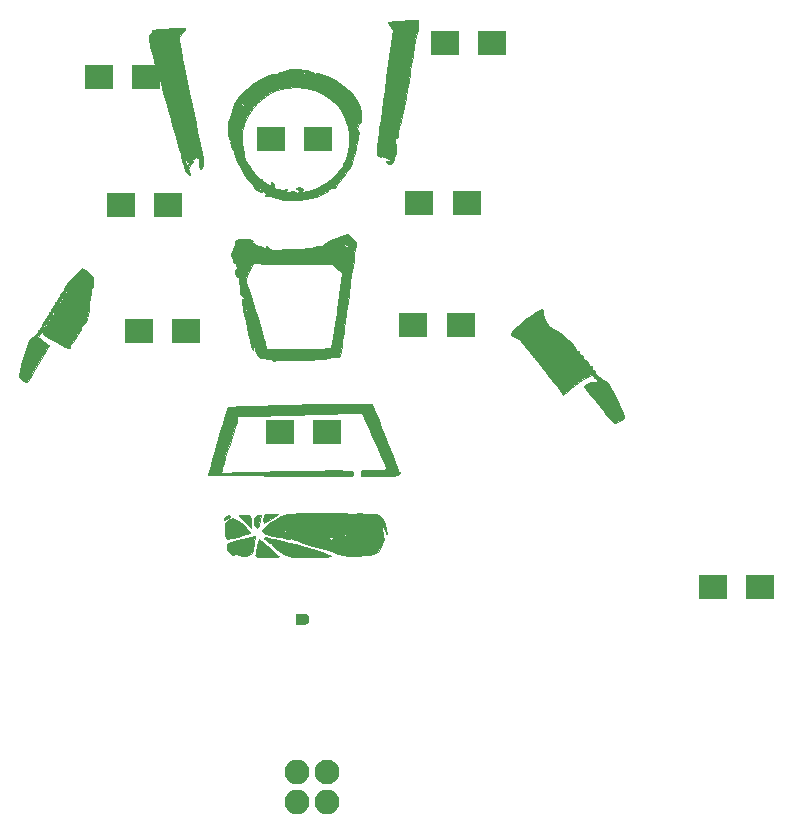
<source format=gts>
G04 #@! TF.FileFunction,Soldermask,Top*
%FSLAX46Y46*%
G04 Gerber Fmt 4.6, Leading zero omitted, Abs format (unit mm)*
G04 Created by KiCad (PCBNEW 4.0.6) date 06/26/18 20:30:44*
%MOMM*%
%LPD*%
G01*
G04 APERTURE LIST*
%ADD10C,0.100000*%
%ADD11C,0.010000*%
%ADD12C,2.100000*%
%ADD13O,2.100000X2.100000*%
%ADD14R,2.400000X2.100000*%
G04 APERTURE END LIST*
D10*
D11*
G36*
X92874802Y-123074224D02*
X93034812Y-123126091D01*
X93112413Y-123246990D01*
X93135360Y-123326918D01*
X93141692Y-123614503D01*
X92983624Y-123794052D01*
X92654309Y-123871674D01*
X92519959Y-123876000D01*
X92075200Y-123876000D01*
X92075200Y-123063200D01*
X92572185Y-123063200D01*
X92874802Y-123074224D01*
X92874802Y-123074224D01*
G37*
X92874802Y-123074224D02*
X93034812Y-123126091D01*
X93112413Y-123246990D01*
X93135360Y-123326918D01*
X93141692Y-123614503D01*
X92983624Y-123794052D01*
X92654309Y-123871674D01*
X92519959Y-123876000D01*
X92075200Y-123876000D01*
X92075200Y-123063200D01*
X92572185Y-123063200D01*
X92874802Y-123074224D01*
G36*
X89072990Y-116798163D02*
X89290048Y-116963661D01*
X89571804Y-117193089D01*
X89880067Y-117453713D01*
X90176642Y-117712800D01*
X90423336Y-117937618D01*
X90581957Y-118095434D01*
X90619169Y-118152297D01*
X90499715Y-118178453D01*
X90235864Y-118200366D01*
X89886406Y-118216184D01*
X89510131Y-118224052D01*
X89165828Y-118222118D01*
X88912286Y-118208527D01*
X88895635Y-118206634D01*
X88698308Y-118156753D01*
X88658633Y-118042678D01*
X88680779Y-117954278D01*
X88733905Y-117725351D01*
X88789632Y-117393787D01*
X88812344Y-117224867D01*
X88848570Y-117018000D01*
X88925600Y-117018000D01*
X88976400Y-117068800D01*
X89027200Y-117018000D01*
X88976400Y-116967200D01*
X88925600Y-117018000D01*
X88848570Y-117018000D01*
X88862593Y-116937927D01*
X88923328Y-116759784D01*
X88958825Y-116729327D01*
X89072990Y-116798163D01*
X89072990Y-116798163D01*
G37*
X89072990Y-116798163D02*
X89290048Y-116963661D01*
X89571804Y-117193089D01*
X89880067Y-117453713D01*
X90176642Y-117712800D01*
X90423336Y-117937618D01*
X90581957Y-118095434D01*
X90619169Y-118152297D01*
X90499715Y-118178453D01*
X90235864Y-118200366D01*
X89886406Y-118216184D01*
X89510131Y-118224052D01*
X89165828Y-118222118D01*
X88912286Y-118208527D01*
X88895635Y-118206634D01*
X88698308Y-118156753D01*
X88658633Y-118042678D01*
X88680779Y-117954278D01*
X88733905Y-117725351D01*
X88789632Y-117393787D01*
X88812344Y-117224867D01*
X88848570Y-117018000D01*
X88925600Y-117018000D01*
X88976400Y-117068800D01*
X89027200Y-117018000D01*
X88976400Y-116967200D01*
X88925600Y-117018000D01*
X88848570Y-117018000D01*
X88862593Y-116937927D01*
X88923328Y-116759784D01*
X88958825Y-116729327D01*
X89072990Y-116798163D01*
G36*
X89777562Y-116598419D02*
X89968828Y-116653438D01*
X90236999Y-116732631D01*
X90565413Y-116801983D01*
X90597926Y-116807332D01*
X90995896Y-116883015D01*
X91490833Y-116996073D01*
X92050075Y-117136958D01*
X92640958Y-117296121D01*
X93230820Y-117464013D01*
X93786996Y-117631084D01*
X94276825Y-117787785D01*
X94667642Y-117924569D01*
X94926785Y-118031885D01*
X95021592Y-118100184D01*
X95021600Y-118100587D01*
X94930418Y-118145167D01*
X94698470Y-118175255D01*
X94539000Y-118181750D01*
X94229431Y-118187430D01*
X93786286Y-118197071D01*
X93279110Y-118209113D01*
X92959945Y-118217180D01*
X92512827Y-118226992D01*
X92149553Y-118231578D01*
X91912572Y-118230618D01*
X91842345Y-118225561D01*
X91738589Y-118198100D01*
X91512838Y-118157480D01*
X91478996Y-118152120D01*
X91246420Y-118070366D01*
X90947574Y-117905405D01*
X90629016Y-117691619D01*
X90337302Y-117463392D01*
X90118989Y-117255107D01*
X90020633Y-117101148D01*
X90020317Y-117074847D01*
X89990289Y-116998186D01*
X89951470Y-117011899D01*
X89820223Y-116990254D01*
X89617686Y-116861135D01*
X89567953Y-116819462D01*
X89452875Y-116713200D01*
X89636800Y-116713200D01*
X89687600Y-116764000D01*
X89738400Y-116713200D01*
X89687600Y-116662400D01*
X89636800Y-116713200D01*
X89452875Y-116713200D01*
X89390325Y-116655442D01*
X89358063Y-116583569D01*
X89461288Y-116564882D01*
X89503185Y-116564010D01*
X89777562Y-116598419D01*
X89777562Y-116598419D01*
G37*
X89777562Y-116598419D02*
X89968828Y-116653438D01*
X90236999Y-116732631D01*
X90565413Y-116801983D01*
X90597926Y-116807332D01*
X90995896Y-116883015D01*
X91490833Y-116996073D01*
X92050075Y-117136958D01*
X92640958Y-117296121D01*
X93230820Y-117464013D01*
X93786996Y-117631084D01*
X94276825Y-117787785D01*
X94667642Y-117924569D01*
X94926785Y-118031885D01*
X95021592Y-118100184D01*
X95021600Y-118100587D01*
X94930418Y-118145167D01*
X94698470Y-118175255D01*
X94539000Y-118181750D01*
X94229431Y-118187430D01*
X93786286Y-118197071D01*
X93279110Y-118209113D01*
X92959945Y-118217180D01*
X92512827Y-118226992D01*
X92149553Y-118231578D01*
X91912572Y-118230618D01*
X91842345Y-118225561D01*
X91738589Y-118198100D01*
X91512838Y-118157480D01*
X91478996Y-118152120D01*
X91246420Y-118070366D01*
X90947574Y-117905405D01*
X90629016Y-117691619D01*
X90337302Y-117463392D01*
X90118989Y-117255107D01*
X90020633Y-117101148D01*
X90020317Y-117074847D01*
X89990289Y-116998186D01*
X89951470Y-117011899D01*
X89820223Y-116990254D01*
X89617686Y-116861135D01*
X89567953Y-116819462D01*
X89452875Y-116713200D01*
X89636800Y-116713200D01*
X89687600Y-116764000D01*
X89738400Y-116713200D01*
X89687600Y-116662400D01*
X89636800Y-116713200D01*
X89452875Y-116713200D01*
X89390325Y-116655442D01*
X89358063Y-116583569D01*
X89461288Y-116564882D01*
X89503185Y-116564010D01*
X89777562Y-116598419D01*
G36*
X88574903Y-117027892D02*
X88487033Y-117551923D01*
X88356014Y-117897002D01*
X88153231Y-118086855D01*
X87850068Y-118145211D01*
X87417907Y-118095796D01*
X87312266Y-118074817D01*
X87049757Y-117988251D01*
X86877315Y-117874624D01*
X86870882Y-117866345D01*
X86806367Y-117797179D01*
X86829904Y-117906619D01*
X86830027Y-117907000D01*
X86834167Y-118053849D01*
X86788811Y-118084800D01*
X86650994Y-118016557D01*
X86467191Y-117860453D01*
X86315654Y-117689421D01*
X86271033Y-117602200D01*
X86234728Y-117351737D01*
X86251272Y-117184000D01*
X86354150Y-117065310D01*
X86576843Y-116961992D01*
X86952837Y-116840371D01*
X87061503Y-116807188D01*
X87500495Y-116679361D01*
X87911591Y-116570102D01*
X88222057Y-116498467D01*
X88280521Y-116487832D01*
X88648088Y-116428184D01*
X88574903Y-117027892D01*
X88574903Y-117027892D01*
G37*
X88574903Y-117027892D02*
X88487033Y-117551923D01*
X88356014Y-117897002D01*
X88153231Y-118086855D01*
X87850068Y-118145211D01*
X87417907Y-118095796D01*
X87312266Y-118074817D01*
X87049757Y-117988251D01*
X86877315Y-117874624D01*
X86870882Y-117866345D01*
X86806367Y-117797179D01*
X86829904Y-117906619D01*
X86830027Y-117907000D01*
X86834167Y-118053849D01*
X86788811Y-118084800D01*
X86650994Y-118016557D01*
X86467191Y-117860453D01*
X86315654Y-117689421D01*
X86271033Y-117602200D01*
X86234728Y-117351737D01*
X86251272Y-117184000D01*
X86354150Y-117065310D01*
X86576843Y-116961992D01*
X86952837Y-116840371D01*
X87061503Y-116807188D01*
X87500495Y-116679361D01*
X87911591Y-116570102D01*
X88222057Y-116498467D01*
X88280521Y-116487832D01*
X88648088Y-116428184D01*
X88574903Y-117027892D01*
G36*
X97374478Y-114487937D02*
X97527476Y-114524017D01*
X97824267Y-114552864D01*
X98205451Y-114569045D01*
X98273333Y-114570133D01*
X98825383Y-114613143D01*
X99217427Y-114745385D01*
X99480413Y-114995024D01*
X99645288Y-115390230D01*
X99736345Y-115901738D01*
X99768730Y-116190021D01*
X99768874Y-116294433D01*
X99730287Y-116232663D01*
X99669978Y-116082678D01*
X99528173Y-115765515D01*
X99432532Y-115642627D01*
X99391769Y-115712332D01*
X99414596Y-115972947D01*
X99442737Y-116126573D01*
X99494861Y-116470101D01*
X99506511Y-116746837D01*
X99486073Y-116865600D01*
X99402213Y-117051093D01*
X99281886Y-117332951D01*
X99237584Y-117439632D01*
X99091115Y-117724405D01*
X98902887Y-117884366D01*
X98631989Y-117982195D01*
X98304052Y-118053986D01*
X98017537Y-118084304D01*
X97957034Y-118082716D01*
X97749416Y-118073552D01*
X97663200Y-118080290D01*
X97543524Y-118092237D01*
X97277230Y-118106576D01*
X96920829Y-118120290D01*
X96903711Y-118120840D01*
X96485398Y-118116693D01*
X96098900Y-118065269D01*
X95664975Y-117952102D01*
X95278111Y-117824065D01*
X94776322Y-117655304D01*
X94171265Y-117460722D01*
X93555237Y-117269677D01*
X93214865Y-117167817D01*
X92707839Y-117009373D01*
X92365854Y-116881544D01*
X92201163Y-116789391D01*
X92198865Y-116748212D01*
X92269236Y-116677641D01*
X92208196Y-116663955D01*
X92048407Y-116738030D01*
X92014887Y-116779391D01*
X91916878Y-116819200D01*
X91805691Y-116709172D01*
X91702358Y-116606015D01*
X91668800Y-116632281D01*
X91590142Y-116692917D01*
X91344714Y-116664930D01*
X91287800Y-116651986D01*
X91037519Y-116594666D01*
X93836266Y-116594666D01*
X93850213Y-116655067D01*
X93904000Y-116662400D01*
X93987628Y-116625226D01*
X93971733Y-116594666D01*
X93851157Y-116582507D01*
X93836266Y-116594666D01*
X91037519Y-116594666D01*
X90995361Y-116585011D01*
X90885880Y-116560800D01*
X94412000Y-116560800D01*
X94449173Y-116644428D01*
X94479733Y-116628533D01*
X94480220Y-116623703D01*
X94769212Y-116623703D01*
X94869398Y-116670489D01*
X95092316Y-116745010D01*
X95200203Y-116726869D01*
X95254195Y-116630742D01*
X95235688Y-116543344D01*
X95061487Y-116534674D01*
X94985864Y-116544372D01*
X94785931Y-116582605D01*
X94769212Y-116623703D01*
X94480220Y-116623703D01*
X94491892Y-116507957D01*
X94479733Y-116493066D01*
X95665066Y-116493066D01*
X95679013Y-116553467D01*
X95732800Y-116560800D01*
X95816428Y-116523626D01*
X95800533Y-116493066D01*
X95679957Y-116480907D01*
X95665066Y-116493066D01*
X94479733Y-116493066D01*
X94419332Y-116507013D01*
X94412000Y-116560800D01*
X90885880Y-116560800D01*
X90590150Y-116495402D01*
X90158277Y-116402195D01*
X90145044Y-116399379D01*
X89814346Y-116318243D01*
X96174124Y-116318243D01*
X96190000Y-116357600D01*
X96281298Y-116454524D01*
X96297596Y-116459200D01*
X96341235Y-116380592D01*
X96342400Y-116357600D01*
X96264294Y-116259904D01*
X96234803Y-116256000D01*
X96174124Y-116318243D01*
X89814346Y-116318243D01*
X89660103Y-116280400D01*
X89540436Y-116231709D01*
X90595265Y-116231709D01*
X90695133Y-116247978D01*
X90826910Y-116229299D01*
X90828483Y-116194616D01*
X90792882Y-116188266D01*
X94344266Y-116188266D01*
X94358213Y-116248667D01*
X94412000Y-116256000D01*
X94495628Y-116218826D01*
X94479733Y-116188266D01*
X94750666Y-116188266D01*
X94764613Y-116248667D01*
X94818400Y-116256000D01*
X94902028Y-116218826D01*
X94886133Y-116188266D01*
X94765557Y-116176107D01*
X94750666Y-116188266D01*
X94479733Y-116188266D01*
X94359157Y-116176107D01*
X94344266Y-116188266D01*
X90792882Y-116188266D01*
X90692502Y-116170362D01*
X90633750Y-116186595D01*
X90595265Y-116231709D01*
X89540436Y-116231709D01*
X89357776Y-116157387D01*
X89270493Y-116052800D01*
X91059200Y-116052800D01*
X91093864Y-116151758D01*
X91104003Y-116154400D01*
X91186529Y-116086666D01*
X91397866Y-116086666D01*
X91411813Y-116147067D01*
X91465600Y-116154400D01*
X91549228Y-116117226D01*
X91533333Y-116086666D01*
X91412757Y-116074507D01*
X91397866Y-116086666D01*
X91186529Y-116086666D01*
X91190746Y-116083205D01*
X91204534Y-116063101D01*
X95253581Y-116063101D01*
X95274899Y-116164906D01*
X95282132Y-116184181D01*
X95362619Y-116308595D01*
X95408378Y-116309488D01*
X95396981Y-116202010D01*
X95339007Y-116127306D01*
X95253581Y-116063101D01*
X91204534Y-116063101D01*
X91211600Y-116052800D01*
X91203544Y-115959177D01*
X91166796Y-115951200D01*
X91063334Y-116024952D01*
X91059200Y-116052800D01*
X89270493Y-116052800D01*
X89237708Y-116013516D01*
X89282002Y-115883466D01*
X89772266Y-115883466D01*
X89786213Y-115943867D01*
X89840000Y-115951200D01*
X89923628Y-115914026D01*
X89907733Y-115883466D01*
X89787157Y-115871307D01*
X89772266Y-115883466D01*
X89282002Y-115883466D01*
X89299542Y-115831968D01*
X89542923Y-115595920D01*
X89964386Y-115290800D01*
X99187200Y-115290800D01*
X99238000Y-115341600D01*
X99288800Y-115290800D01*
X99238000Y-115240000D01*
X99187200Y-115290800D01*
X89964386Y-115290800D01*
X89967494Y-115288550D01*
X90119400Y-115187016D01*
X90526560Y-114922337D01*
X90827132Y-114748919D01*
X91082614Y-114643847D01*
X91354507Y-114584205D01*
X91704312Y-114547078D01*
X91872000Y-114533990D01*
X92242697Y-114513838D01*
X92728827Y-114498863D01*
X93294819Y-114488942D01*
X93905103Y-114483954D01*
X94524111Y-114483779D01*
X95116272Y-114488294D01*
X95646017Y-114497378D01*
X96077775Y-114510911D01*
X96375979Y-114528769D01*
X96503457Y-114549795D01*
X96681225Y-114598352D01*
X96920642Y-114608603D01*
X97138998Y-114584257D01*
X97253579Y-114529023D01*
X97256800Y-114516008D01*
X97321365Y-114466031D01*
X97374478Y-114487937D01*
X97374478Y-114487937D01*
G37*
X97374478Y-114487937D02*
X97527476Y-114524017D01*
X97824267Y-114552864D01*
X98205451Y-114569045D01*
X98273333Y-114570133D01*
X98825383Y-114613143D01*
X99217427Y-114745385D01*
X99480413Y-114995024D01*
X99645288Y-115390230D01*
X99736345Y-115901738D01*
X99768730Y-116190021D01*
X99768874Y-116294433D01*
X99730287Y-116232663D01*
X99669978Y-116082678D01*
X99528173Y-115765515D01*
X99432532Y-115642627D01*
X99391769Y-115712332D01*
X99414596Y-115972947D01*
X99442737Y-116126573D01*
X99494861Y-116470101D01*
X99506511Y-116746837D01*
X99486073Y-116865600D01*
X99402213Y-117051093D01*
X99281886Y-117332951D01*
X99237584Y-117439632D01*
X99091115Y-117724405D01*
X98902887Y-117884366D01*
X98631989Y-117982195D01*
X98304052Y-118053986D01*
X98017537Y-118084304D01*
X97957034Y-118082716D01*
X97749416Y-118073552D01*
X97663200Y-118080290D01*
X97543524Y-118092237D01*
X97277230Y-118106576D01*
X96920829Y-118120290D01*
X96903711Y-118120840D01*
X96485398Y-118116693D01*
X96098900Y-118065269D01*
X95664975Y-117952102D01*
X95278111Y-117824065D01*
X94776322Y-117655304D01*
X94171265Y-117460722D01*
X93555237Y-117269677D01*
X93214865Y-117167817D01*
X92707839Y-117009373D01*
X92365854Y-116881544D01*
X92201163Y-116789391D01*
X92198865Y-116748212D01*
X92269236Y-116677641D01*
X92208196Y-116663955D01*
X92048407Y-116738030D01*
X92014887Y-116779391D01*
X91916878Y-116819200D01*
X91805691Y-116709172D01*
X91702358Y-116606015D01*
X91668800Y-116632281D01*
X91590142Y-116692917D01*
X91344714Y-116664930D01*
X91287800Y-116651986D01*
X91037519Y-116594666D01*
X93836266Y-116594666D01*
X93850213Y-116655067D01*
X93904000Y-116662400D01*
X93987628Y-116625226D01*
X93971733Y-116594666D01*
X93851157Y-116582507D01*
X93836266Y-116594666D01*
X91037519Y-116594666D01*
X90995361Y-116585011D01*
X90885880Y-116560800D01*
X94412000Y-116560800D01*
X94449173Y-116644428D01*
X94479733Y-116628533D01*
X94480220Y-116623703D01*
X94769212Y-116623703D01*
X94869398Y-116670489D01*
X95092316Y-116745010D01*
X95200203Y-116726869D01*
X95254195Y-116630742D01*
X95235688Y-116543344D01*
X95061487Y-116534674D01*
X94985864Y-116544372D01*
X94785931Y-116582605D01*
X94769212Y-116623703D01*
X94480220Y-116623703D01*
X94491892Y-116507957D01*
X94479733Y-116493066D01*
X95665066Y-116493066D01*
X95679013Y-116553467D01*
X95732800Y-116560800D01*
X95816428Y-116523626D01*
X95800533Y-116493066D01*
X95679957Y-116480907D01*
X95665066Y-116493066D01*
X94479733Y-116493066D01*
X94419332Y-116507013D01*
X94412000Y-116560800D01*
X90885880Y-116560800D01*
X90590150Y-116495402D01*
X90158277Y-116402195D01*
X90145044Y-116399379D01*
X89814346Y-116318243D01*
X96174124Y-116318243D01*
X96190000Y-116357600D01*
X96281298Y-116454524D01*
X96297596Y-116459200D01*
X96341235Y-116380592D01*
X96342400Y-116357600D01*
X96264294Y-116259904D01*
X96234803Y-116256000D01*
X96174124Y-116318243D01*
X89814346Y-116318243D01*
X89660103Y-116280400D01*
X89540436Y-116231709D01*
X90595265Y-116231709D01*
X90695133Y-116247978D01*
X90826910Y-116229299D01*
X90828483Y-116194616D01*
X90792882Y-116188266D01*
X94344266Y-116188266D01*
X94358213Y-116248667D01*
X94412000Y-116256000D01*
X94495628Y-116218826D01*
X94479733Y-116188266D01*
X94750666Y-116188266D01*
X94764613Y-116248667D01*
X94818400Y-116256000D01*
X94902028Y-116218826D01*
X94886133Y-116188266D01*
X94765557Y-116176107D01*
X94750666Y-116188266D01*
X94479733Y-116188266D01*
X94359157Y-116176107D01*
X94344266Y-116188266D01*
X90792882Y-116188266D01*
X90692502Y-116170362D01*
X90633750Y-116186595D01*
X90595265Y-116231709D01*
X89540436Y-116231709D01*
X89357776Y-116157387D01*
X89270493Y-116052800D01*
X91059200Y-116052800D01*
X91093864Y-116151758D01*
X91104003Y-116154400D01*
X91186529Y-116086666D01*
X91397866Y-116086666D01*
X91411813Y-116147067D01*
X91465600Y-116154400D01*
X91549228Y-116117226D01*
X91533333Y-116086666D01*
X91412757Y-116074507D01*
X91397866Y-116086666D01*
X91186529Y-116086666D01*
X91190746Y-116083205D01*
X91204534Y-116063101D01*
X95253581Y-116063101D01*
X95274899Y-116164906D01*
X95282132Y-116184181D01*
X95362619Y-116308595D01*
X95408378Y-116309488D01*
X95396981Y-116202010D01*
X95339007Y-116127306D01*
X95253581Y-116063101D01*
X91204534Y-116063101D01*
X91211600Y-116052800D01*
X91203544Y-115959177D01*
X91166796Y-115951200D01*
X91063334Y-116024952D01*
X91059200Y-116052800D01*
X89270493Y-116052800D01*
X89237708Y-116013516D01*
X89282002Y-115883466D01*
X89772266Y-115883466D01*
X89786213Y-115943867D01*
X89840000Y-115951200D01*
X89923628Y-115914026D01*
X89907733Y-115883466D01*
X89787157Y-115871307D01*
X89772266Y-115883466D01*
X89282002Y-115883466D01*
X89299542Y-115831968D01*
X89542923Y-115595920D01*
X89964386Y-115290800D01*
X99187200Y-115290800D01*
X99238000Y-115341600D01*
X99288800Y-115290800D01*
X99238000Y-115240000D01*
X99187200Y-115290800D01*
X89964386Y-115290800D01*
X89967494Y-115288550D01*
X90119400Y-115187016D01*
X90526560Y-114922337D01*
X90827132Y-114748919D01*
X91082614Y-114643847D01*
X91354507Y-114584205D01*
X91704312Y-114547078D01*
X91872000Y-114533990D01*
X92242697Y-114513838D01*
X92728827Y-114498863D01*
X93294819Y-114488942D01*
X93905103Y-114483954D01*
X94524111Y-114483779D01*
X95116272Y-114488294D01*
X95646017Y-114497378D01*
X96077775Y-114510911D01*
X96375979Y-114528769D01*
X96503457Y-114549795D01*
X96681225Y-114598352D01*
X96920642Y-114608603D01*
X97138998Y-114584257D01*
X97253579Y-114529023D01*
X97256800Y-114516008D01*
X97321365Y-114466031D01*
X97374478Y-114487937D01*
G36*
X87044403Y-115041929D02*
X87386710Y-115292103D01*
X87668460Y-115549489D01*
X87945408Y-115832256D01*
X88129883Y-116054815D01*
X88197482Y-116186123D01*
X88185089Y-116206618D01*
X87917367Y-116289825D01*
X87555070Y-116389914D01*
X87157721Y-116492028D01*
X86784843Y-116581309D01*
X86495959Y-116642900D01*
X86359053Y-116662400D01*
X86181346Y-116601329D01*
X86131413Y-116535400D01*
X86099945Y-116364704D01*
X86070168Y-116073713D01*
X86058402Y-115900400D01*
X86057914Y-115565873D01*
X86119318Y-115349662D01*
X86266337Y-115170502D01*
X86273435Y-115163800D01*
X86519638Y-114986589D01*
X86766003Y-114943028D01*
X87044403Y-115041929D01*
X87044403Y-115041929D01*
G37*
X87044403Y-115041929D02*
X87386710Y-115292103D01*
X87668460Y-115549489D01*
X87945408Y-115832256D01*
X88129883Y-116054815D01*
X88197482Y-116186123D01*
X88185089Y-116206618D01*
X87917367Y-116289825D01*
X87555070Y-116389914D01*
X87157721Y-116492028D01*
X86784843Y-116581309D01*
X86495959Y-116642900D01*
X86359053Y-116662400D01*
X86181346Y-116601329D01*
X86131413Y-116535400D01*
X86099945Y-116364704D01*
X86070168Y-116073713D01*
X86058402Y-115900400D01*
X86057914Y-115565873D01*
X86119318Y-115349662D01*
X86266337Y-115170502D01*
X86273435Y-115163800D01*
X86519638Y-114986589D01*
X86766003Y-114943028D01*
X87044403Y-115041929D01*
G36*
X87639361Y-114618947D02*
X87757200Y-114632735D01*
X87942133Y-114651795D01*
X88036255Y-114651107D01*
X88198870Y-114734340D01*
X88291705Y-114981030D01*
X88304443Y-115360329D01*
X88298085Y-115433969D01*
X88265200Y-115757655D01*
X87709870Y-115194027D01*
X87437240Y-114912315D01*
X87294299Y-114743106D01*
X87265413Y-114656875D01*
X87334951Y-114624100D01*
X87405070Y-114618368D01*
X87639361Y-114618947D01*
X87639361Y-114618947D01*
G37*
X87639361Y-114618947D02*
X87757200Y-114632735D01*
X87942133Y-114651795D01*
X88036255Y-114651107D01*
X88198870Y-114734340D01*
X88291705Y-114981030D01*
X88304443Y-115360329D01*
X88298085Y-115433969D01*
X88265200Y-115757655D01*
X87709870Y-115194027D01*
X87437240Y-114912315D01*
X87294299Y-114743106D01*
X87265413Y-114656875D01*
X87334951Y-114624100D01*
X87405070Y-114618368D01*
X87639361Y-114618947D01*
G36*
X89080343Y-115107876D02*
X88992321Y-115476278D01*
X88874187Y-115693925D01*
X88747216Y-115748649D01*
X88632682Y-115628280D01*
X88565200Y-115402546D01*
X88523637Y-115024123D01*
X88582434Y-114795024D01*
X88755352Y-114680748D01*
X88861704Y-114659171D01*
X89153408Y-114620152D01*
X89080343Y-115107876D01*
X89080343Y-115107876D01*
G37*
X89080343Y-115107876D02*
X88992321Y-115476278D01*
X88874187Y-115693925D01*
X88747216Y-115748649D01*
X88632682Y-115628280D01*
X88565200Y-115402546D01*
X88523637Y-115024123D01*
X88582434Y-114795024D01*
X88755352Y-114680748D01*
X88861704Y-114659171D01*
X89153408Y-114620152D01*
X89080343Y-115107876D01*
G36*
X90045417Y-114548343D02*
X90587203Y-114579600D01*
X90011965Y-114960600D01*
X89715627Y-115152141D01*
X89490326Y-115288953D01*
X89384555Y-115341597D01*
X89384363Y-115341600D01*
X89346820Y-115253761D01*
X89333555Y-115062200D01*
X89365347Y-114770544D01*
X89483035Y-114607682D01*
X89726196Y-114545045D01*
X90045417Y-114548343D01*
X90045417Y-114548343D01*
G37*
X90045417Y-114548343D02*
X90587203Y-114579600D01*
X90011965Y-114960600D01*
X89715627Y-115152141D01*
X89490326Y-115288953D01*
X89384555Y-115341597D01*
X89384363Y-115341600D01*
X89346820Y-115253761D01*
X89333555Y-115062200D01*
X89365347Y-114770544D01*
X89483035Y-114607682D01*
X89726196Y-114545045D01*
X90045417Y-114548343D01*
G36*
X86535614Y-114721814D02*
X86504312Y-114802612D01*
X86379424Y-114874066D01*
X86164160Y-114992047D01*
X86056955Y-115084788D01*
X85995400Y-115097195D01*
X85980755Y-115008126D01*
X86064358Y-114835569D01*
X86207800Y-114740655D01*
X86424783Y-114691839D01*
X86535614Y-114721814D01*
X86535614Y-114721814D01*
G37*
X86535614Y-114721814D02*
X86504312Y-114802612D01*
X86379424Y-114874066D01*
X86164160Y-114992047D01*
X86056955Y-115084788D01*
X85995400Y-115097195D01*
X85980755Y-115008126D01*
X86064358Y-114835569D01*
X86207800Y-114740655D01*
X86424783Y-114691839D01*
X86535614Y-114721814D01*
G36*
X98181563Y-105237828D02*
X98428573Y-105247443D01*
X98491461Y-105258021D01*
X98564954Y-105386658D01*
X98696392Y-105671992D01*
X98874531Y-106085484D01*
X99088128Y-106598590D01*
X99325940Y-107182769D01*
X99576724Y-107809480D01*
X99829237Y-108450181D01*
X100072236Y-109076331D01*
X100294477Y-109659388D01*
X100484718Y-110170811D01*
X100631716Y-110582058D01*
X100724228Y-110864587D01*
X100751010Y-110989858D01*
X100750163Y-110991952D01*
X100741618Y-111057810D01*
X100797101Y-111033301D01*
X100902280Y-111003919D01*
X100887752Y-111090147D01*
X100784884Y-111218430D01*
X100651869Y-111275335D01*
X100371193Y-111317349D01*
X99925865Y-111345959D01*
X99298896Y-111362652D01*
X99108484Y-111365174D01*
X97561600Y-111382402D01*
X97561600Y-111126801D01*
X97570879Y-110998312D01*
X97626790Y-110921477D01*
X97771443Y-110882049D01*
X98046946Y-110865785D01*
X98349000Y-110860434D01*
X98769606Y-110857538D01*
X99144605Y-110859935D01*
X99399144Y-110867088D01*
X99415800Y-110868091D01*
X99620606Y-110840934D01*
X99691108Y-110710103D01*
X99629889Y-110455523D01*
X99504193Y-110181352D01*
X99368712Y-109892469D01*
X99198119Y-109499453D01*
X99031687Y-109093200D01*
X98858458Y-108674714D01*
X98643277Y-108178800D01*
X99085600Y-108178800D01*
X99136400Y-108229600D01*
X99187200Y-108178800D01*
X99136400Y-108128000D01*
X99085600Y-108178800D01*
X98643277Y-108178800D01*
X98625251Y-108137258D01*
X98462406Y-107772400D01*
X98984000Y-107772400D01*
X99034800Y-107823200D01*
X99085600Y-107772400D01*
X99034800Y-107721600D01*
X98984000Y-107772400D01*
X98462406Y-107772400D01*
X98360771Y-107544688D01*
X98093723Y-106960860D01*
X97852814Y-106449629D01*
X97735359Y-106209508D01*
X97678149Y-106107907D01*
X97602587Y-106041703D01*
X97471509Y-106005940D01*
X97247754Y-105995663D01*
X96894158Y-106005917D01*
X96394211Y-106030675D01*
X95941568Y-106051073D01*
X95331631Y-106074083D01*
X94610264Y-106098220D01*
X93823331Y-106121998D01*
X93016695Y-106143929D01*
X92532400Y-106155817D01*
X91803463Y-106173903D01*
X91127729Y-106192573D01*
X90536122Y-106210822D01*
X90059570Y-106227645D01*
X89728999Y-106242036D01*
X89586000Y-106251594D01*
X89357824Y-106266400D01*
X88984862Y-106279368D01*
X88525526Y-106288795D01*
X88189000Y-106292343D01*
X87096800Y-106299200D01*
X87092998Y-106578600D01*
X87059502Y-106762000D01*
X86968792Y-107100568D01*
X86831711Y-107558003D01*
X86659101Y-108098010D01*
X86478428Y-108636000D01*
X86279615Y-109224946D01*
X86102388Y-109769150D01*
X85958515Y-110230933D01*
X85859767Y-110572621D01*
X85819208Y-110746276D01*
X85770756Y-111078552D01*
X87525978Y-111031551D01*
X89098344Y-110991246D01*
X90552021Y-110957611D01*
X91878045Y-110930725D01*
X93067455Y-110910665D01*
X94111287Y-110897512D01*
X95000579Y-110891344D01*
X95726369Y-110892239D01*
X96279693Y-110900277D01*
X96651589Y-110915536D01*
X96833094Y-110938094D01*
X96850400Y-110949592D01*
X96884512Y-111135203D01*
X96912070Y-111218490D01*
X96927045Y-111246646D01*
X96940825Y-111271372D01*
X96941126Y-111292782D01*
X96915662Y-111310993D01*
X96852148Y-111326121D01*
X96738299Y-111338281D01*
X96561831Y-111347588D01*
X96310457Y-111354160D01*
X95971893Y-111358110D01*
X95533854Y-111359555D01*
X94984056Y-111358611D01*
X94310212Y-111355393D01*
X93500037Y-111350018D01*
X92541248Y-111342599D01*
X91421558Y-111333255D01*
X90128683Y-111322099D01*
X88650338Y-111309248D01*
X87933418Y-111303048D01*
X84655236Y-111274780D01*
X84722564Y-110996790D01*
X84773744Y-110803881D01*
X84868867Y-110462356D01*
X84999139Y-110002541D01*
X85155764Y-109454760D01*
X85329946Y-108849341D01*
X85512891Y-108216607D01*
X85695804Y-107586885D01*
X85869889Y-106990500D01*
X86026350Y-106457779D01*
X86156393Y-106019045D01*
X86251223Y-105704625D01*
X86302044Y-105544845D01*
X86307760Y-105531110D01*
X86423949Y-105512022D01*
X86721401Y-105490733D01*
X87178423Y-105467727D01*
X87773316Y-105443493D01*
X88484386Y-105418515D01*
X89289936Y-105393280D01*
X90168269Y-105368275D01*
X91097690Y-105343985D01*
X92056503Y-105320898D01*
X93023011Y-105299499D01*
X93975518Y-105280274D01*
X94892329Y-105263711D01*
X95751746Y-105250295D01*
X96532074Y-105240512D01*
X97211617Y-105234849D01*
X97768679Y-105233793D01*
X98181563Y-105237828D01*
X98181563Y-105237828D01*
G37*
X98181563Y-105237828D02*
X98428573Y-105247443D01*
X98491461Y-105258021D01*
X98564954Y-105386658D01*
X98696392Y-105671992D01*
X98874531Y-106085484D01*
X99088128Y-106598590D01*
X99325940Y-107182769D01*
X99576724Y-107809480D01*
X99829237Y-108450181D01*
X100072236Y-109076331D01*
X100294477Y-109659388D01*
X100484718Y-110170811D01*
X100631716Y-110582058D01*
X100724228Y-110864587D01*
X100751010Y-110989858D01*
X100750163Y-110991952D01*
X100741618Y-111057810D01*
X100797101Y-111033301D01*
X100902280Y-111003919D01*
X100887752Y-111090147D01*
X100784884Y-111218430D01*
X100651869Y-111275335D01*
X100371193Y-111317349D01*
X99925865Y-111345959D01*
X99298896Y-111362652D01*
X99108484Y-111365174D01*
X97561600Y-111382402D01*
X97561600Y-111126801D01*
X97570879Y-110998312D01*
X97626790Y-110921477D01*
X97771443Y-110882049D01*
X98046946Y-110865785D01*
X98349000Y-110860434D01*
X98769606Y-110857538D01*
X99144605Y-110859935D01*
X99399144Y-110867088D01*
X99415800Y-110868091D01*
X99620606Y-110840934D01*
X99691108Y-110710103D01*
X99629889Y-110455523D01*
X99504193Y-110181352D01*
X99368712Y-109892469D01*
X99198119Y-109499453D01*
X99031687Y-109093200D01*
X98858458Y-108674714D01*
X98643277Y-108178800D01*
X99085600Y-108178800D01*
X99136400Y-108229600D01*
X99187200Y-108178800D01*
X99136400Y-108128000D01*
X99085600Y-108178800D01*
X98643277Y-108178800D01*
X98625251Y-108137258D01*
X98462406Y-107772400D01*
X98984000Y-107772400D01*
X99034800Y-107823200D01*
X99085600Y-107772400D01*
X99034800Y-107721600D01*
X98984000Y-107772400D01*
X98462406Y-107772400D01*
X98360771Y-107544688D01*
X98093723Y-106960860D01*
X97852814Y-106449629D01*
X97735359Y-106209508D01*
X97678149Y-106107907D01*
X97602587Y-106041703D01*
X97471509Y-106005940D01*
X97247754Y-105995663D01*
X96894158Y-106005917D01*
X96394211Y-106030675D01*
X95941568Y-106051073D01*
X95331631Y-106074083D01*
X94610264Y-106098220D01*
X93823331Y-106121998D01*
X93016695Y-106143929D01*
X92532400Y-106155817D01*
X91803463Y-106173903D01*
X91127729Y-106192573D01*
X90536122Y-106210822D01*
X90059570Y-106227645D01*
X89728999Y-106242036D01*
X89586000Y-106251594D01*
X89357824Y-106266400D01*
X88984862Y-106279368D01*
X88525526Y-106288795D01*
X88189000Y-106292343D01*
X87096800Y-106299200D01*
X87092998Y-106578600D01*
X87059502Y-106762000D01*
X86968792Y-107100568D01*
X86831711Y-107558003D01*
X86659101Y-108098010D01*
X86478428Y-108636000D01*
X86279615Y-109224946D01*
X86102388Y-109769150D01*
X85958515Y-110230933D01*
X85859767Y-110572621D01*
X85819208Y-110746276D01*
X85770756Y-111078552D01*
X87525978Y-111031551D01*
X89098344Y-110991246D01*
X90552021Y-110957611D01*
X91878045Y-110930725D01*
X93067455Y-110910665D01*
X94111287Y-110897512D01*
X95000579Y-110891344D01*
X95726369Y-110892239D01*
X96279693Y-110900277D01*
X96651589Y-110915536D01*
X96833094Y-110938094D01*
X96850400Y-110949592D01*
X96884512Y-111135203D01*
X96912070Y-111218490D01*
X96927045Y-111246646D01*
X96940825Y-111271372D01*
X96941126Y-111292782D01*
X96915662Y-111310993D01*
X96852148Y-111326121D01*
X96738299Y-111338281D01*
X96561831Y-111347588D01*
X96310457Y-111354160D01*
X95971893Y-111358110D01*
X95533854Y-111359555D01*
X94984056Y-111358611D01*
X94310212Y-111355393D01*
X93500037Y-111350018D01*
X92541248Y-111342599D01*
X91421558Y-111333255D01*
X90128683Y-111322099D01*
X88650338Y-111309248D01*
X87933418Y-111303048D01*
X84655236Y-111274780D01*
X84722564Y-110996790D01*
X84773744Y-110803881D01*
X84868867Y-110462356D01*
X84999139Y-110002541D01*
X85155764Y-109454760D01*
X85329946Y-108849341D01*
X85512891Y-108216607D01*
X85695804Y-107586885D01*
X85869889Y-106990500D01*
X86026350Y-106457779D01*
X86156393Y-106019045D01*
X86251223Y-105704625D01*
X86302044Y-105544845D01*
X86307760Y-105531110D01*
X86423949Y-105512022D01*
X86721401Y-105490733D01*
X87178423Y-105467727D01*
X87773316Y-105443493D01*
X88484386Y-105418515D01*
X89289936Y-105393280D01*
X90168269Y-105368275D01*
X91097690Y-105343985D01*
X92056503Y-105320898D01*
X93023011Y-105299499D01*
X93975518Y-105280274D01*
X94892329Y-105263711D01*
X95751746Y-105250295D01*
X96532074Y-105240512D01*
X97211617Y-105234849D01*
X97768679Y-105233793D01*
X98181563Y-105237828D01*
G36*
X112972961Y-97338707D02*
X112985234Y-97434600D01*
X113015982Y-97622751D01*
X113113371Y-97915449D01*
X113202936Y-98129562D01*
X113359858Y-98431228D01*
X113539407Y-98644149D01*
X113803961Y-98829404D01*
X114059504Y-98968293D01*
X114366031Y-99159671D01*
X114707723Y-99424399D01*
X115051951Y-99729851D01*
X115366087Y-100043405D01*
X115617501Y-100332437D01*
X115773565Y-100564323D01*
X115801649Y-100706441D01*
X115800286Y-100708795D01*
X115815188Y-100767908D01*
X115895123Y-100749966D01*
X116020680Y-100759604D01*
X116052800Y-100909526D01*
X116088497Y-101058028D01*
X116149302Y-101069950D01*
X116259690Y-101094320D01*
X116361374Y-101231589D01*
X116405466Y-101395470D01*
X116379425Y-101476130D01*
X116377739Y-101511202D01*
X116425664Y-101488521D01*
X116555604Y-101514296D01*
X116720517Y-101653182D01*
X116861701Y-101837969D01*
X116920458Y-102001446D01*
X116909738Y-102042778D01*
X116937260Y-102087439D01*
X117024447Y-102066267D01*
X117142763Y-102052524D01*
X117137114Y-102178591D01*
X117127191Y-102211280D01*
X117122453Y-102415940D01*
X117181965Y-102496347D01*
X117255002Y-102513151D01*
X117222755Y-102440917D01*
X117205225Y-102349079D01*
X117283257Y-102359559D01*
X117390030Y-102485653D01*
X117394177Y-102577548D01*
X117428576Y-102707928D01*
X117495777Y-102719407D01*
X117608251Y-102777123D01*
X117628895Y-102863029D01*
X117679512Y-103059847D01*
X117721384Y-103117029D01*
X117765331Y-103129119D01*
X117739492Y-103073400D01*
X117706166Y-102959854D01*
X117777313Y-102965934D01*
X117903092Y-103079059D01*
X117937876Y-103123471D01*
X118124174Y-103269262D01*
X118252516Y-103301271D01*
X118382007Y-103373114D01*
X118561499Y-103597037D01*
X118800964Y-103986904D01*
X118983903Y-104318000D01*
X119213706Y-104764054D01*
X119433449Y-105223351D01*
X119627235Y-105658406D01*
X119779163Y-106031735D01*
X119873336Y-106305854D01*
X119893853Y-106443278D01*
X119888463Y-106450626D01*
X119660357Y-106591087D01*
X119406876Y-106738903D01*
X119193100Y-106857083D01*
X119084112Y-106908632D01*
X119082416Y-106908800D01*
X118990473Y-106842258D01*
X118819782Y-106677495D01*
X118773755Y-106629400D01*
X118607960Y-106442611D01*
X118362012Y-106151871D01*
X118060644Y-105787878D01*
X117728594Y-105381331D01*
X117390596Y-104962928D01*
X117071386Y-104563368D01*
X116795698Y-104213349D01*
X116588270Y-103943570D01*
X116473834Y-103784729D01*
X116459200Y-103756850D01*
X116547541Y-103646215D01*
X116764665Y-103531836D01*
X117038715Y-103442152D01*
X117297837Y-103405604D01*
X117342493Y-103407249D01*
X117556485Y-103412890D01*
X117606947Y-103359664D01*
X117546654Y-103240684D01*
X117420676Y-103087656D01*
X117349160Y-103048000D01*
X117280617Y-102965373D01*
X117272000Y-102895600D01*
X117246264Y-102760070D01*
X117224697Y-102743200D01*
X117060271Y-102799524D01*
X116778370Y-102949336D01*
X116423847Y-103163895D01*
X116041553Y-103414460D01*
X115676343Y-103672289D01*
X115373068Y-103908642D01*
X115282226Y-103987913D01*
X115011514Y-104227420D01*
X114805198Y-104395074D01*
X114701836Y-104459861D01*
X114697277Y-104458412D01*
X114567652Y-104283894D01*
X114374753Y-104031630D01*
X114164292Y-103760488D01*
X113981984Y-103529332D01*
X113873542Y-103397027D01*
X113869861Y-103392947D01*
X113766158Y-103267407D01*
X113571628Y-103021691D01*
X113318789Y-102697106D01*
X113157200Y-102487633D01*
X113141550Y-102467523D01*
X116577177Y-102467523D01*
X116601898Y-102524301D01*
X116704198Y-102633374D01*
X116763011Y-102610999D01*
X116764000Y-102596796D01*
X116691835Y-102510861D01*
X116660663Y-102489200D01*
X116865600Y-102489200D01*
X116916400Y-102540000D01*
X116967200Y-102489200D01*
X116916400Y-102438400D01*
X116865600Y-102489200D01*
X116660663Y-102489200D01*
X116646701Y-102479498D01*
X116577177Y-102467523D01*
X113141550Y-102467523D01*
X113000282Y-102286000D01*
X116662400Y-102286000D01*
X116713200Y-102336800D01*
X116764000Y-102286000D01*
X116713200Y-102235200D01*
X116662400Y-102286000D01*
X113000282Y-102286000D01*
X112836924Y-102076094D01*
X112761576Y-101981200D01*
X116154400Y-101981200D01*
X116205200Y-102032000D01*
X116256000Y-101981200D01*
X116205200Y-101930400D01*
X116154400Y-101981200D01*
X112761576Y-101981200D01*
X112559894Y-101727200D01*
X116560800Y-101727200D01*
X116597973Y-101810828D01*
X116628533Y-101794933D01*
X116640692Y-101674357D01*
X116628533Y-101659466D01*
X116568132Y-101673413D01*
X116560800Y-101727200D01*
X112559894Y-101727200D01*
X112507858Y-101661666D01*
X112437315Y-101574800D01*
X115849600Y-101574800D01*
X115900400Y-101625600D01*
X115951200Y-101574800D01*
X115900400Y-101524000D01*
X115849600Y-101574800D01*
X112437315Y-101574800D01*
X112225197Y-101313602D01*
X112188841Y-101270000D01*
X115544800Y-101270000D01*
X115595600Y-101320800D01*
X115646400Y-101270000D01*
X115595600Y-101219200D01*
X115544800Y-101270000D01*
X112188841Y-101270000D01*
X112141200Y-101212866D01*
X111738269Y-100731772D01*
X111515287Y-100457200D01*
X115341600Y-100457200D01*
X115392400Y-100508000D01*
X115443200Y-100457200D01*
X115392400Y-100406400D01*
X115341600Y-100457200D01*
X111515287Y-100457200D01*
X111454078Y-100381831D01*
X111273543Y-100141283D01*
X111181580Y-99988370D01*
X111163107Y-99901334D01*
X111202471Y-99858665D01*
X111250918Y-99817541D01*
X111176000Y-99817891D01*
X110978747Y-99784349D01*
X110720028Y-99679767D01*
X110469805Y-99540996D01*
X110298042Y-99404889D01*
X110261600Y-99336248D01*
X110340656Y-99179528D01*
X110554493Y-98939092D01*
X110868112Y-98642873D01*
X111246517Y-98318805D01*
X111654710Y-97994820D01*
X112057692Y-97698851D01*
X112420467Y-97458833D01*
X112708036Y-97302697D01*
X112866953Y-97256800D01*
X112972961Y-97338707D01*
X112972961Y-97338707D01*
G37*
X112972961Y-97338707D02*
X112985234Y-97434600D01*
X113015982Y-97622751D01*
X113113371Y-97915449D01*
X113202936Y-98129562D01*
X113359858Y-98431228D01*
X113539407Y-98644149D01*
X113803961Y-98829404D01*
X114059504Y-98968293D01*
X114366031Y-99159671D01*
X114707723Y-99424399D01*
X115051951Y-99729851D01*
X115366087Y-100043405D01*
X115617501Y-100332437D01*
X115773565Y-100564323D01*
X115801649Y-100706441D01*
X115800286Y-100708795D01*
X115815188Y-100767908D01*
X115895123Y-100749966D01*
X116020680Y-100759604D01*
X116052800Y-100909526D01*
X116088497Y-101058028D01*
X116149302Y-101069950D01*
X116259690Y-101094320D01*
X116361374Y-101231589D01*
X116405466Y-101395470D01*
X116379425Y-101476130D01*
X116377739Y-101511202D01*
X116425664Y-101488521D01*
X116555604Y-101514296D01*
X116720517Y-101653182D01*
X116861701Y-101837969D01*
X116920458Y-102001446D01*
X116909738Y-102042778D01*
X116937260Y-102087439D01*
X117024447Y-102066267D01*
X117142763Y-102052524D01*
X117137114Y-102178591D01*
X117127191Y-102211280D01*
X117122453Y-102415940D01*
X117181965Y-102496347D01*
X117255002Y-102513151D01*
X117222755Y-102440917D01*
X117205225Y-102349079D01*
X117283257Y-102359559D01*
X117390030Y-102485653D01*
X117394177Y-102577548D01*
X117428576Y-102707928D01*
X117495777Y-102719407D01*
X117608251Y-102777123D01*
X117628895Y-102863029D01*
X117679512Y-103059847D01*
X117721384Y-103117029D01*
X117765331Y-103129119D01*
X117739492Y-103073400D01*
X117706166Y-102959854D01*
X117777313Y-102965934D01*
X117903092Y-103079059D01*
X117937876Y-103123471D01*
X118124174Y-103269262D01*
X118252516Y-103301271D01*
X118382007Y-103373114D01*
X118561499Y-103597037D01*
X118800964Y-103986904D01*
X118983903Y-104318000D01*
X119213706Y-104764054D01*
X119433449Y-105223351D01*
X119627235Y-105658406D01*
X119779163Y-106031735D01*
X119873336Y-106305854D01*
X119893853Y-106443278D01*
X119888463Y-106450626D01*
X119660357Y-106591087D01*
X119406876Y-106738903D01*
X119193100Y-106857083D01*
X119084112Y-106908632D01*
X119082416Y-106908800D01*
X118990473Y-106842258D01*
X118819782Y-106677495D01*
X118773755Y-106629400D01*
X118607960Y-106442611D01*
X118362012Y-106151871D01*
X118060644Y-105787878D01*
X117728594Y-105381331D01*
X117390596Y-104962928D01*
X117071386Y-104563368D01*
X116795698Y-104213349D01*
X116588270Y-103943570D01*
X116473834Y-103784729D01*
X116459200Y-103756850D01*
X116547541Y-103646215D01*
X116764665Y-103531836D01*
X117038715Y-103442152D01*
X117297837Y-103405604D01*
X117342493Y-103407249D01*
X117556485Y-103412890D01*
X117606947Y-103359664D01*
X117546654Y-103240684D01*
X117420676Y-103087656D01*
X117349160Y-103048000D01*
X117280617Y-102965373D01*
X117272000Y-102895600D01*
X117246264Y-102760070D01*
X117224697Y-102743200D01*
X117060271Y-102799524D01*
X116778370Y-102949336D01*
X116423847Y-103163895D01*
X116041553Y-103414460D01*
X115676343Y-103672289D01*
X115373068Y-103908642D01*
X115282226Y-103987913D01*
X115011514Y-104227420D01*
X114805198Y-104395074D01*
X114701836Y-104459861D01*
X114697277Y-104458412D01*
X114567652Y-104283894D01*
X114374753Y-104031630D01*
X114164292Y-103760488D01*
X113981984Y-103529332D01*
X113873542Y-103397027D01*
X113869861Y-103392947D01*
X113766158Y-103267407D01*
X113571628Y-103021691D01*
X113318789Y-102697106D01*
X113157200Y-102487633D01*
X113141550Y-102467523D01*
X116577177Y-102467523D01*
X116601898Y-102524301D01*
X116704198Y-102633374D01*
X116763011Y-102610999D01*
X116764000Y-102596796D01*
X116691835Y-102510861D01*
X116660663Y-102489200D01*
X116865600Y-102489200D01*
X116916400Y-102540000D01*
X116967200Y-102489200D01*
X116916400Y-102438400D01*
X116865600Y-102489200D01*
X116660663Y-102489200D01*
X116646701Y-102479498D01*
X116577177Y-102467523D01*
X113141550Y-102467523D01*
X113000282Y-102286000D01*
X116662400Y-102286000D01*
X116713200Y-102336800D01*
X116764000Y-102286000D01*
X116713200Y-102235200D01*
X116662400Y-102286000D01*
X113000282Y-102286000D01*
X112836924Y-102076094D01*
X112761576Y-101981200D01*
X116154400Y-101981200D01*
X116205200Y-102032000D01*
X116256000Y-101981200D01*
X116205200Y-101930400D01*
X116154400Y-101981200D01*
X112761576Y-101981200D01*
X112559894Y-101727200D01*
X116560800Y-101727200D01*
X116597973Y-101810828D01*
X116628533Y-101794933D01*
X116640692Y-101674357D01*
X116628533Y-101659466D01*
X116568132Y-101673413D01*
X116560800Y-101727200D01*
X112559894Y-101727200D01*
X112507858Y-101661666D01*
X112437315Y-101574800D01*
X115849600Y-101574800D01*
X115900400Y-101625600D01*
X115951200Y-101574800D01*
X115900400Y-101524000D01*
X115849600Y-101574800D01*
X112437315Y-101574800D01*
X112225197Y-101313602D01*
X112188841Y-101270000D01*
X115544800Y-101270000D01*
X115595600Y-101320800D01*
X115646400Y-101270000D01*
X115595600Y-101219200D01*
X115544800Y-101270000D01*
X112188841Y-101270000D01*
X112141200Y-101212866D01*
X111738269Y-100731772D01*
X111515287Y-100457200D01*
X115341600Y-100457200D01*
X115392400Y-100508000D01*
X115443200Y-100457200D01*
X115392400Y-100406400D01*
X115341600Y-100457200D01*
X111515287Y-100457200D01*
X111454078Y-100381831D01*
X111273543Y-100141283D01*
X111181580Y-99988370D01*
X111163107Y-99901334D01*
X111202471Y-99858665D01*
X111250918Y-99817541D01*
X111176000Y-99817891D01*
X110978747Y-99784349D01*
X110720028Y-99679767D01*
X110469805Y-99540996D01*
X110298042Y-99404889D01*
X110261600Y-99336248D01*
X110340656Y-99179528D01*
X110554493Y-98939092D01*
X110868112Y-98642873D01*
X111246517Y-98318805D01*
X111654710Y-97994820D01*
X112057692Y-97698851D01*
X112420467Y-97458833D01*
X112708036Y-97302697D01*
X112866953Y-97256800D01*
X112972961Y-97338707D01*
G36*
X74394565Y-94038448D02*
X74658764Y-94252763D01*
X74850453Y-94464947D01*
X74898018Y-94548922D01*
X74940561Y-94781461D01*
X74933338Y-95053911D01*
X74885984Y-95291969D01*
X74808135Y-95421336D01*
X74784011Y-95428000D01*
X74720249Y-95514943D01*
X74708523Y-95707400D01*
X74704204Y-95973037D01*
X74670355Y-96139200D01*
X74631472Y-96315887D01*
X74590286Y-96624547D01*
X74559585Y-96952000D01*
X74524535Y-97388684D01*
X74493814Y-97658363D01*
X74457328Y-97796718D01*
X74404981Y-97839433D01*
X74326680Y-97822190D01*
X74314696Y-97817646D01*
X74219156Y-97798946D01*
X74276160Y-97894109D01*
X74289357Y-97910160D01*
X74354228Y-98054125D01*
X74300385Y-98243414D01*
X74231022Y-98369686D01*
X74089109Y-98575544D01*
X73979350Y-98676976D01*
X73968494Y-98679200D01*
X73911535Y-98746977D01*
X73914199Y-98757331D01*
X73880814Y-98884612D01*
X73763170Y-99119316D01*
X73591409Y-99414143D01*
X73395671Y-99721791D01*
X73206097Y-99994958D01*
X73052828Y-100186343D01*
X72966005Y-100248644D01*
X72964438Y-100247843D01*
X72915385Y-100271156D01*
X72931690Y-100340046D01*
X72944849Y-100499963D01*
X72810718Y-100532916D01*
X72525876Y-100438420D01*
X72362067Y-100355600D01*
X72669600Y-100355600D01*
X72720400Y-100406400D01*
X72771200Y-100355600D01*
X72720400Y-100304800D01*
X72669600Y-100355600D01*
X72362067Y-100355600D01*
X72097158Y-100221665D01*
X71484588Y-99873012D01*
X71118773Y-99644400D01*
X73076000Y-99644400D01*
X73126800Y-99695200D01*
X73177600Y-99644400D01*
X73126800Y-99593600D01*
X73076000Y-99644400D01*
X71118773Y-99644400D01*
X71044512Y-99597992D01*
X70763828Y-99387503D01*
X70634248Y-99238000D01*
X70739200Y-99238000D01*
X70790000Y-99288800D01*
X70840800Y-99238000D01*
X70790000Y-99187200D01*
X70739200Y-99238000D01*
X70634248Y-99238000D01*
X70629434Y-99232446D01*
X70615033Y-99192294D01*
X70555394Y-99144509D01*
X70429421Y-99284549D01*
X70409179Y-99314819D01*
X70232379Y-99584649D01*
X70688989Y-99898805D01*
X70942342Y-100089268D01*
X71108144Y-100244890D01*
X71145600Y-100308418D01*
X71096069Y-100415892D01*
X70961373Y-100661556D01*
X70762355Y-101010246D01*
X70519859Y-101426795D01*
X70254729Y-101876039D01*
X69987807Y-102322811D01*
X69739937Y-102731946D01*
X69531964Y-103068280D01*
X69384730Y-103296645D01*
X69328715Y-103373714D01*
X69211543Y-103370574D01*
X68998486Y-103274405D01*
X68927862Y-103232087D01*
X68703107Y-103056458D01*
X68634418Y-102890718D01*
X68647222Y-102794392D01*
X68700615Y-102543769D01*
X68758028Y-102222070D01*
X68765720Y-102174018D01*
X68832848Y-101880011D01*
X68957273Y-101450564D01*
X69121737Y-100939264D01*
X69308984Y-100399701D01*
X69501760Y-99885465D01*
X69506657Y-99873000D01*
X69596206Y-99746000D01*
X69926400Y-99746000D01*
X69977200Y-99796800D01*
X70028000Y-99746000D01*
X70129600Y-99746000D01*
X70180400Y-99796800D01*
X70231200Y-99746000D01*
X70180400Y-99695200D01*
X70129600Y-99746000D01*
X70028000Y-99746000D01*
X69977200Y-99695200D01*
X69926400Y-99746000D01*
X69596206Y-99746000D01*
X69665335Y-99647962D01*
X69822285Y-99593600D01*
X69989745Y-99530661D01*
X70028000Y-99441200D01*
X70082861Y-99305993D01*
X70129600Y-99288800D01*
X70219737Y-99206508D01*
X70231200Y-99136400D01*
X70274822Y-99034800D01*
X70627549Y-99034800D01*
X70835774Y-98794944D01*
X70982511Y-98599518D01*
X71043997Y-98465170D01*
X71044000Y-98464744D01*
X71029191Y-98425200D01*
X71247200Y-98425200D01*
X71298000Y-98476000D01*
X71348800Y-98425200D01*
X71298000Y-98374400D01*
X71247200Y-98425200D01*
X71029191Y-98425200D01*
X71010693Y-98375807D01*
X70917298Y-98468519D01*
X70787583Y-98704600D01*
X70627549Y-99034800D01*
X70274822Y-99034800D01*
X70289231Y-99001243D01*
X70338796Y-98984000D01*
X70402776Y-98923582D01*
X70390179Y-98893046D01*
X70418264Y-98786219D01*
X70492223Y-98741363D01*
X70596833Y-98640674D01*
X70587243Y-98578317D01*
X70597976Y-98484330D01*
X70637600Y-98476000D01*
X70703854Y-98414109D01*
X70688400Y-98374400D01*
X70696455Y-98280777D01*
X70733203Y-98272800D01*
X70827598Y-98190190D01*
X70830906Y-98171200D01*
X71094800Y-98171200D01*
X71102855Y-98264822D01*
X71139603Y-98272800D01*
X71210866Y-98222000D01*
X71348800Y-98222000D01*
X71399600Y-98272800D01*
X71450400Y-98222000D01*
X71399600Y-98171200D01*
X71348800Y-98222000D01*
X71210866Y-98222000D01*
X71243065Y-98199047D01*
X71247200Y-98171200D01*
X71212535Y-98072241D01*
X71202396Y-98069600D01*
X71115653Y-98140794D01*
X71094800Y-98171200D01*
X70830906Y-98171200D01*
X70840800Y-98114403D01*
X70893634Y-98011286D01*
X70959665Y-98029470D01*
X71036733Y-98034535D01*
X71016881Y-97942275D01*
X71021702Y-97900266D01*
X71281066Y-97900266D01*
X71295013Y-97960667D01*
X71348800Y-97968000D01*
X71432428Y-97930826D01*
X71425341Y-97917200D01*
X71552000Y-97917200D01*
X71602800Y-97968000D01*
X71653600Y-97917200D01*
X71602800Y-97866400D01*
X71552000Y-97917200D01*
X71425341Y-97917200D01*
X71416533Y-97900266D01*
X71295957Y-97888107D01*
X71281066Y-97900266D01*
X71021702Y-97900266D01*
X71031420Y-97815600D01*
X73990400Y-97815600D01*
X74041200Y-97866400D01*
X74092000Y-97815600D01*
X74041200Y-97764800D01*
X73990400Y-97815600D01*
X71031420Y-97815600D01*
X71036130Y-97774573D01*
X71107654Y-97723125D01*
X71126435Y-97704188D01*
X71393743Y-97704188D01*
X71470034Y-97711097D01*
X71503230Y-97699161D01*
X71612688Y-97621514D01*
X71611571Y-97612400D01*
X71755200Y-97612400D01*
X71806000Y-97663200D01*
X71856800Y-97612400D01*
X71806000Y-97561600D01*
X71755200Y-97612400D01*
X71611571Y-97612400D01*
X71608063Y-97583796D01*
X71617597Y-97472554D01*
X71679881Y-97373645D01*
X71755057Y-97266060D01*
X71691641Y-97286577D01*
X71679546Y-97293755D01*
X71529130Y-97442277D01*
X71448595Y-97564971D01*
X71393743Y-97704188D01*
X71126435Y-97704188D01*
X71207742Y-97622206D01*
X71196843Y-97562317D01*
X71204220Y-97468179D01*
X71241203Y-97460000D01*
X71336625Y-97377803D01*
X71348800Y-97307600D01*
X71406831Y-97172443D01*
X71456396Y-97155200D01*
X71462845Y-97148584D01*
X71780110Y-97148584D01*
X71794007Y-97155200D01*
X71859859Y-97104400D01*
X72060000Y-97104400D01*
X72110800Y-97155200D01*
X72161600Y-97104400D01*
X72110800Y-97053600D01*
X72060000Y-97104400D01*
X71859859Y-97104400D01*
X71886726Y-97083675D01*
X71907600Y-97053600D01*
X71933489Y-96958615D01*
X71919592Y-96952000D01*
X71826873Y-97023524D01*
X71806000Y-97053600D01*
X71780110Y-97148584D01*
X71462845Y-97148584D01*
X71517075Y-97092956D01*
X71501200Y-97053600D01*
X71509255Y-96959977D01*
X71546003Y-96952000D01*
X71641425Y-96869803D01*
X71653600Y-96799600D01*
X71659239Y-96781578D01*
X71959866Y-96781578D01*
X72004767Y-96824934D01*
X72060000Y-96799600D01*
X72153484Y-96652597D01*
X72160817Y-96596400D01*
X72364800Y-96596400D01*
X72415600Y-96647200D01*
X72466400Y-96596400D01*
X72415600Y-96545600D01*
X72364800Y-96596400D01*
X72160817Y-96596400D01*
X72161600Y-96590403D01*
X72218406Y-96459091D01*
X72263200Y-96444000D01*
X72355381Y-96364122D01*
X72361419Y-96317000D01*
X72305810Y-96294858D01*
X72174717Y-96410497D01*
X72158219Y-96429855D01*
X72014898Y-96635275D01*
X71959866Y-96781578D01*
X71659239Y-96781578D01*
X71695963Y-96664225D01*
X71731748Y-96647200D01*
X71817962Y-96565614D01*
X71967820Y-96352064D01*
X72127509Y-96088400D01*
X72364800Y-96088400D01*
X72415600Y-96139200D01*
X72466400Y-96088400D01*
X72415600Y-96037600D01*
X72364800Y-96088400D01*
X72127509Y-96088400D01*
X72142893Y-96063000D01*
X72302431Y-95783600D01*
X72568000Y-95783600D01*
X72618800Y-95834400D01*
X72669600Y-95783600D01*
X72618800Y-95732800D01*
X72568000Y-95783600D01*
X72302431Y-95783600D01*
X72354736Y-95692000D01*
X72415964Y-95585086D01*
X72705797Y-95585086D01*
X72713250Y-95631200D01*
X72794849Y-95553316D01*
X72872800Y-95428000D01*
X72938202Y-95270913D01*
X72930749Y-95224800D01*
X72849150Y-95302683D01*
X72771200Y-95428000D01*
X72705797Y-95585086D01*
X72415964Y-95585086D01*
X72559746Y-95334022D01*
X72680926Y-95123200D01*
X72861938Y-94870099D01*
X73135865Y-94554155D01*
X73429659Y-94257126D01*
X73973356Y-93746653D01*
X74394565Y-94038448D01*
X74394565Y-94038448D01*
G37*
X74394565Y-94038448D02*
X74658764Y-94252763D01*
X74850453Y-94464947D01*
X74898018Y-94548922D01*
X74940561Y-94781461D01*
X74933338Y-95053911D01*
X74885984Y-95291969D01*
X74808135Y-95421336D01*
X74784011Y-95428000D01*
X74720249Y-95514943D01*
X74708523Y-95707400D01*
X74704204Y-95973037D01*
X74670355Y-96139200D01*
X74631472Y-96315887D01*
X74590286Y-96624547D01*
X74559585Y-96952000D01*
X74524535Y-97388684D01*
X74493814Y-97658363D01*
X74457328Y-97796718D01*
X74404981Y-97839433D01*
X74326680Y-97822190D01*
X74314696Y-97817646D01*
X74219156Y-97798946D01*
X74276160Y-97894109D01*
X74289357Y-97910160D01*
X74354228Y-98054125D01*
X74300385Y-98243414D01*
X74231022Y-98369686D01*
X74089109Y-98575544D01*
X73979350Y-98676976D01*
X73968494Y-98679200D01*
X73911535Y-98746977D01*
X73914199Y-98757331D01*
X73880814Y-98884612D01*
X73763170Y-99119316D01*
X73591409Y-99414143D01*
X73395671Y-99721791D01*
X73206097Y-99994958D01*
X73052828Y-100186343D01*
X72966005Y-100248644D01*
X72964438Y-100247843D01*
X72915385Y-100271156D01*
X72931690Y-100340046D01*
X72944849Y-100499963D01*
X72810718Y-100532916D01*
X72525876Y-100438420D01*
X72362067Y-100355600D01*
X72669600Y-100355600D01*
X72720400Y-100406400D01*
X72771200Y-100355600D01*
X72720400Y-100304800D01*
X72669600Y-100355600D01*
X72362067Y-100355600D01*
X72097158Y-100221665D01*
X71484588Y-99873012D01*
X71118773Y-99644400D01*
X73076000Y-99644400D01*
X73126800Y-99695200D01*
X73177600Y-99644400D01*
X73126800Y-99593600D01*
X73076000Y-99644400D01*
X71118773Y-99644400D01*
X71044512Y-99597992D01*
X70763828Y-99387503D01*
X70634248Y-99238000D01*
X70739200Y-99238000D01*
X70790000Y-99288800D01*
X70840800Y-99238000D01*
X70790000Y-99187200D01*
X70739200Y-99238000D01*
X70634248Y-99238000D01*
X70629434Y-99232446D01*
X70615033Y-99192294D01*
X70555394Y-99144509D01*
X70429421Y-99284549D01*
X70409179Y-99314819D01*
X70232379Y-99584649D01*
X70688989Y-99898805D01*
X70942342Y-100089268D01*
X71108144Y-100244890D01*
X71145600Y-100308418D01*
X71096069Y-100415892D01*
X70961373Y-100661556D01*
X70762355Y-101010246D01*
X70519859Y-101426795D01*
X70254729Y-101876039D01*
X69987807Y-102322811D01*
X69739937Y-102731946D01*
X69531964Y-103068280D01*
X69384730Y-103296645D01*
X69328715Y-103373714D01*
X69211543Y-103370574D01*
X68998486Y-103274405D01*
X68927862Y-103232087D01*
X68703107Y-103056458D01*
X68634418Y-102890718D01*
X68647222Y-102794392D01*
X68700615Y-102543769D01*
X68758028Y-102222070D01*
X68765720Y-102174018D01*
X68832848Y-101880011D01*
X68957273Y-101450564D01*
X69121737Y-100939264D01*
X69308984Y-100399701D01*
X69501760Y-99885465D01*
X69506657Y-99873000D01*
X69596206Y-99746000D01*
X69926400Y-99746000D01*
X69977200Y-99796800D01*
X70028000Y-99746000D01*
X70129600Y-99746000D01*
X70180400Y-99796800D01*
X70231200Y-99746000D01*
X70180400Y-99695200D01*
X70129600Y-99746000D01*
X70028000Y-99746000D01*
X69977200Y-99695200D01*
X69926400Y-99746000D01*
X69596206Y-99746000D01*
X69665335Y-99647962D01*
X69822285Y-99593600D01*
X69989745Y-99530661D01*
X70028000Y-99441200D01*
X70082861Y-99305993D01*
X70129600Y-99288800D01*
X70219737Y-99206508D01*
X70231200Y-99136400D01*
X70274822Y-99034800D01*
X70627549Y-99034800D01*
X70835774Y-98794944D01*
X70982511Y-98599518D01*
X71043997Y-98465170D01*
X71044000Y-98464744D01*
X71029191Y-98425200D01*
X71247200Y-98425200D01*
X71298000Y-98476000D01*
X71348800Y-98425200D01*
X71298000Y-98374400D01*
X71247200Y-98425200D01*
X71029191Y-98425200D01*
X71010693Y-98375807D01*
X70917298Y-98468519D01*
X70787583Y-98704600D01*
X70627549Y-99034800D01*
X70274822Y-99034800D01*
X70289231Y-99001243D01*
X70338796Y-98984000D01*
X70402776Y-98923582D01*
X70390179Y-98893046D01*
X70418264Y-98786219D01*
X70492223Y-98741363D01*
X70596833Y-98640674D01*
X70587243Y-98578317D01*
X70597976Y-98484330D01*
X70637600Y-98476000D01*
X70703854Y-98414109D01*
X70688400Y-98374400D01*
X70696455Y-98280777D01*
X70733203Y-98272800D01*
X70827598Y-98190190D01*
X70830906Y-98171200D01*
X71094800Y-98171200D01*
X71102855Y-98264822D01*
X71139603Y-98272800D01*
X71210866Y-98222000D01*
X71348800Y-98222000D01*
X71399600Y-98272800D01*
X71450400Y-98222000D01*
X71399600Y-98171200D01*
X71348800Y-98222000D01*
X71210866Y-98222000D01*
X71243065Y-98199047D01*
X71247200Y-98171200D01*
X71212535Y-98072241D01*
X71202396Y-98069600D01*
X71115653Y-98140794D01*
X71094800Y-98171200D01*
X70830906Y-98171200D01*
X70840800Y-98114403D01*
X70893634Y-98011286D01*
X70959665Y-98029470D01*
X71036733Y-98034535D01*
X71016881Y-97942275D01*
X71021702Y-97900266D01*
X71281066Y-97900266D01*
X71295013Y-97960667D01*
X71348800Y-97968000D01*
X71432428Y-97930826D01*
X71425341Y-97917200D01*
X71552000Y-97917200D01*
X71602800Y-97968000D01*
X71653600Y-97917200D01*
X71602800Y-97866400D01*
X71552000Y-97917200D01*
X71425341Y-97917200D01*
X71416533Y-97900266D01*
X71295957Y-97888107D01*
X71281066Y-97900266D01*
X71021702Y-97900266D01*
X71031420Y-97815600D01*
X73990400Y-97815600D01*
X74041200Y-97866400D01*
X74092000Y-97815600D01*
X74041200Y-97764800D01*
X73990400Y-97815600D01*
X71031420Y-97815600D01*
X71036130Y-97774573D01*
X71107654Y-97723125D01*
X71126435Y-97704188D01*
X71393743Y-97704188D01*
X71470034Y-97711097D01*
X71503230Y-97699161D01*
X71612688Y-97621514D01*
X71611571Y-97612400D01*
X71755200Y-97612400D01*
X71806000Y-97663200D01*
X71856800Y-97612400D01*
X71806000Y-97561600D01*
X71755200Y-97612400D01*
X71611571Y-97612400D01*
X71608063Y-97583796D01*
X71617597Y-97472554D01*
X71679881Y-97373645D01*
X71755057Y-97266060D01*
X71691641Y-97286577D01*
X71679546Y-97293755D01*
X71529130Y-97442277D01*
X71448595Y-97564971D01*
X71393743Y-97704188D01*
X71126435Y-97704188D01*
X71207742Y-97622206D01*
X71196843Y-97562317D01*
X71204220Y-97468179D01*
X71241203Y-97460000D01*
X71336625Y-97377803D01*
X71348800Y-97307600D01*
X71406831Y-97172443D01*
X71456396Y-97155200D01*
X71462845Y-97148584D01*
X71780110Y-97148584D01*
X71794007Y-97155200D01*
X71859859Y-97104400D01*
X72060000Y-97104400D01*
X72110800Y-97155200D01*
X72161600Y-97104400D01*
X72110800Y-97053600D01*
X72060000Y-97104400D01*
X71859859Y-97104400D01*
X71886726Y-97083675D01*
X71907600Y-97053600D01*
X71933489Y-96958615D01*
X71919592Y-96952000D01*
X71826873Y-97023524D01*
X71806000Y-97053600D01*
X71780110Y-97148584D01*
X71462845Y-97148584D01*
X71517075Y-97092956D01*
X71501200Y-97053600D01*
X71509255Y-96959977D01*
X71546003Y-96952000D01*
X71641425Y-96869803D01*
X71653600Y-96799600D01*
X71659239Y-96781578D01*
X71959866Y-96781578D01*
X72004767Y-96824934D01*
X72060000Y-96799600D01*
X72153484Y-96652597D01*
X72160817Y-96596400D01*
X72364800Y-96596400D01*
X72415600Y-96647200D01*
X72466400Y-96596400D01*
X72415600Y-96545600D01*
X72364800Y-96596400D01*
X72160817Y-96596400D01*
X72161600Y-96590403D01*
X72218406Y-96459091D01*
X72263200Y-96444000D01*
X72355381Y-96364122D01*
X72361419Y-96317000D01*
X72305810Y-96294858D01*
X72174717Y-96410497D01*
X72158219Y-96429855D01*
X72014898Y-96635275D01*
X71959866Y-96781578D01*
X71659239Y-96781578D01*
X71695963Y-96664225D01*
X71731748Y-96647200D01*
X71817962Y-96565614D01*
X71967820Y-96352064D01*
X72127509Y-96088400D01*
X72364800Y-96088400D01*
X72415600Y-96139200D01*
X72466400Y-96088400D01*
X72415600Y-96037600D01*
X72364800Y-96088400D01*
X72127509Y-96088400D01*
X72142893Y-96063000D01*
X72302431Y-95783600D01*
X72568000Y-95783600D01*
X72618800Y-95834400D01*
X72669600Y-95783600D01*
X72618800Y-95732800D01*
X72568000Y-95783600D01*
X72302431Y-95783600D01*
X72354736Y-95692000D01*
X72415964Y-95585086D01*
X72705797Y-95585086D01*
X72713250Y-95631200D01*
X72794849Y-95553316D01*
X72872800Y-95428000D01*
X72938202Y-95270913D01*
X72930749Y-95224800D01*
X72849150Y-95302683D01*
X72771200Y-95428000D01*
X72705797Y-95585086D01*
X72415964Y-95585086D01*
X72559746Y-95334022D01*
X72680926Y-95123200D01*
X72861938Y-94870099D01*
X73135865Y-94554155D01*
X73429659Y-94257126D01*
X73973356Y-93746653D01*
X74394565Y-94038448D01*
G36*
X96555331Y-90955000D02*
X96789967Y-91123385D01*
X97021063Y-91352903D01*
X97145896Y-91568552D01*
X97155197Y-91625348D01*
X97140562Y-91792678D01*
X97100041Y-92122835D01*
X97038712Y-92577819D01*
X96961652Y-93119629D01*
X96897243Y-93555748D01*
X96789264Y-94296439D01*
X96672647Y-95130910D01*
X96559673Y-95969230D01*
X96462624Y-96721469D01*
X96440370Y-96901200D01*
X96359180Y-97544628D01*
X96271956Y-98202284D01*
X96187493Y-98809905D01*
X96114585Y-99303227D01*
X96092742Y-99441200D01*
X96016634Y-99921566D01*
X95945609Y-100391220D01*
X95892088Y-100767439D01*
X95881515Y-100848036D01*
X95832732Y-101142417D01*
X95767877Y-101277666D01*
X95661204Y-101297620D01*
X95622486Y-101289082D01*
X95418903Y-101283035D01*
X95100069Y-101321383D01*
X94842787Y-101372059D01*
X94497592Y-101425825D01*
X93994781Y-101469401D01*
X93379807Y-101499856D01*
X92698124Y-101514258D01*
X92630705Y-101514690D01*
X92033408Y-101521112D01*
X91469111Y-101533322D01*
X90986476Y-101549827D01*
X90634165Y-101569135D01*
X90522505Y-101579324D01*
X90222418Y-101595333D01*
X90060022Y-101562569D01*
X90043200Y-101535361D01*
X89959125Y-101448200D01*
X89865400Y-101430792D01*
X89650053Y-101420277D01*
X89346321Y-101399759D01*
X89283864Y-101394984D01*
X89093026Y-101374568D01*
X88957278Y-101325321D01*
X88852370Y-101212121D01*
X88754049Y-100999842D01*
X88742453Y-100965200D01*
X95529600Y-100965200D01*
X95580400Y-101016000D01*
X95631200Y-100965200D01*
X95580400Y-100914400D01*
X95529600Y-100965200D01*
X88742453Y-100965200D01*
X88638064Y-100653362D01*
X88531135Y-100304800D01*
X88422874Y-99949200D01*
X88454097Y-100283873D01*
X88456651Y-100523937D01*
X88420833Y-100657540D01*
X88416071Y-100661344D01*
X88371561Y-100583922D01*
X88297654Y-100341883D01*
X88203655Y-99970091D01*
X88098871Y-99503409D01*
X88092497Y-99473049D01*
X88280428Y-99473049D01*
X88296557Y-99654105D01*
X88298169Y-99662096D01*
X88345428Y-99833427D01*
X88383470Y-99812507D01*
X88396681Y-99760608D01*
X88383869Y-99553490D01*
X88338144Y-99473504D01*
X88280428Y-99473049D01*
X88092497Y-99473049D01*
X88069071Y-99361471D01*
X88032786Y-99187200D01*
X88214400Y-99187200D01*
X88251573Y-99270828D01*
X88282133Y-99254933D01*
X88294292Y-99134357D01*
X88282133Y-99119466D01*
X88221732Y-99133413D01*
X88214400Y-99187200D01*
X88032786Y-99187200D01*
X87958459Y-98830228D01*
X87926613Y-98679200D01*
X88112800Y-98679200D01*
X88149973Y-98762828D01*
X88180533Y-98746933D01*
X88192692Y-98626357D01*
X88180533Y-98611466D01*
X88120132Y-98625413D01*
X88112800Y-98679200D01*
X87926613Y-98679200D01*
X87855136Y-98340228D01*
X87840695Y-98272800D01*
X88011200Y-98272800D01*
X88048373Y-98356428D01*
X88078933Y-98340533D01*
X88091092Y-98219957D01*
X88078933Y-98205066D01*
X88018532Y-98219013D01*
X88011200Y-98272800D01*
X87840695Y-98272800D01*
X87775414Y-97968000D01*
X87909600Y-97968000D01*
X87946773Y-98051628D01*
X87977333Y-98035733D01*
X87989492Y-97915157D01*
X87977333Y-97900266D01*
X87916932Y-97914213D01*
X87909600Y-97968000D01*
X87775414Y-97968000D01*
X87769786Y-97941727D01*
X87713093Y-97684983D01*
X87708048Y-97663200D01*
X87627094Y-97307600D01*
X87808000Y-97307600D01*
X87858800Y-97358400D01*
X87909600Y-97307600D01*
X87858800Y-97256800D01*
X87808000Y-97307600D01*
X87627094Y-97307600D01*
X87583729Y-97117119D01*
X87508582Y-96741531D01*
X87479729Y-96510510D01*
X87494290Y-96398129D01*
X87549384Y-96378460D01*
X87565942Y-96383724D01*
X87688474Y-96356872D01*
X87706400Y-96288411D01*
X87625158Y-96156036D01*
X87555935Y-96139200D01*
X87419249Y-96050001D01*
X87332578Y-95827326D01*
X87315160Y-95538549D01*
X87340158Y-95383426D01*
X87350154Y-95172409D01*
X87296240Y-95070076D01*
X87234530Y-94932469D01*
X87249093Y-94820665D01*
X87804902Y-94820665D01*
X87816918Y-94838306D01*
X87867158Y-94938654D01*
X87964827Y-95203993D01*
X88100634Y-95604191D01*
X88265284Y-96109117D01*
X88449486Y-96688639D01*
X88643945Y-97312625D01*
X88839370Y-97950945D01*
X89026466Y-98573466D01*
X89195941Y-99150058D01*
X89338501Y-99650588D01*
X89444854Y-100044925D01*
X89505707Y-100302937D01*
X89510710Y-100330200D01*
X89558263Y-100609600D01*
X92283935Y-100609600D01*
X93049744Y-100606199D01*
X93726182Y-100596529D01*
X94289731Y-100581382D01*
X94716874Y-100561555D01*
X94984093Y-100537842D01*
X95067755Y-100515514D01*
X95096118Y-100394994D01*
X95148759Y-100098457D01*
X95221707Y-99651114D01*
X95310991Y-99078174D01*
X95412639Y-98404848D01*
X95522682Y-97656345D01*
X95572649Y-97310293D01*
X96019394Y-94199158D01*
X95174000Y-93401080D01*
X92024400Y-93397153D01*
X91235911Y-93394458D01*
X90506485Y-93388702D01*
X89862703Y-93380350D01*
X89331146Y-93369867D01*
X88938395Y-93357717D01*
X88711031Y-93344367D01*
X88671118Y-93338479D01*
X88555326Y-93338980D01*
X88440798Y-93428842D01*
X88301510Y-93639729D01*
X88111437Y-94003305D01*
X88091228Y-94044036D01*
X87931371Y-94393508D01*
X87830887Y-94666983D01*
X87804902Y-94820665D01*
X87249093Y-94820665D01*
X87249520Y-94817390D01*
X87235699Y-94620348D01*
X87167733Y-94546540D01*
X87052065Y-94395183D01*
X86964705Y-94142864D01*
X86961610Y-94127549D01*
X86936674Y-93903506D01*
X86986713Y-93851462D01*
X87012734Y-93864036D01*
X87085651Y-93858868D01*
X87063391Y-93691287D01*
X87012263Y-93471835D01*
X86996587Y-93364603D01*
X86931443Y-93327787D01*
X86893600Y-93345200D01*
X86800241Y-93321806D01*
X86779300Y-93249596D01*
X86752951Y-93007883D01*
X86711477Y-92885140D01*
X86665000Y-92828733D01*
X86591251Y-92631111D01*
X86634725Y-92379787D01*
X86714997Y-92254109D01*
X87242465Y-92254109D01*
X87342333Y-92270378D01*
X87474110Y-92251699D01*
X87475683Y-92217016D01*
X87339702Y-92192762D01*
X87280950Y-92208995D01*
X87242465Y-92254109D01*
X86714997Y-92254109D01*
X86741200Y-92213085D01*
X86856009Y-92000154D01*
X86893600Y-91775583D01*
X86942425Y-91522360D01*
X87038956Y-91369845D01*
X87296292Y-91263329D01*
X87624824Y-91251595D01*
X87916265Y-91334161D01*
X87976383Y-91374038D01*
X88090187Y-91448016D01*
X88075506Y-91389400D01*
X88054551Y-91279760D01*
X88169120Y-91286048D01*
X88316000Y-91364000D01*
X88415392Y-91443324D01*
X88337670Y-91463736D01*
X88318793Y-91464044D01*
X88256438Y-91499065D01*
X88353584Y-91588554D01*
X88580129Y-91713893D01*
X88905972Y-91856464D01*
X89030596Y-91904283D01*
X89375444Y-92025032D01*
X89560631Y-92067747D01*
X89612701Y-92035738D01*
X89586000Y-91973600D01*
X89557411Y-91877323D01*
X89630859Y-91891432D01*
X89752201Y-91996315D01*
X89794792Y-92049229D01*
X89899960Y-92142748D01*
X90074849Y-92191802D01*
X90368496Y-92204650D01*
X90669592Y-92196580D01*
X91184205Y-92176854D01*
X91760140Y-92156117D01*
X92176800Y-92142019D01*
X92618173Y-92117199D01*
X93039242Y-92075989D01*
X93345200Y-92027987D01*
X93872113Y-91926898D01*
X94301933Y-91880466D01*
X94396023Y-91840268D01*
X94383935Y-91810068D01*
X94424573Y-91731182D01*
X94461615Y-91705449D01*
X96170284Y-91705449D01*
X96171385Y-91812260D01*
X96290990Y-91931727D01*
X96455406Y-92010540D01*
X96580963Y-92002544D01*
X96610250Y-91925239D01*
X96540595Y-91888964D01*
X96361560Y-91778669D01*
X96322524Y-91732708D01*
X96209117Y-91681880D01*
X96170284Y-91705449D01*
X94461615Y-91705449D01*
X94607966Y-91603780D01*
X94887424Y-91452835D01*
X95216257Y-91303321D01*
X95547777Y-91180213D01*
X95580904Y-91169816D01*
X95897717Y-91062946D01*
X96165246Y-90957275D01*
X96205770Y-90938506D01*
X96374823Y-90893899D01*
X96555331Y-90955000D01*
X96555331Y-90955000D01*
G37*
X96555331Y-90955000D02*
X96789967Y-91123385D01*
X97021063Y-91352903D01*
X97145896Y-91568552D01*
X97155197Y-91625348D01*
X97140562Y-91792678D01*
X97100041Y-92122835D01*
X97038712Y-92577819D01*
X96961652Y-93119629D01*
X96897243Y-93555748D01*
X96789264Y-94296439D01*
X96672647Y-95130910D01*
X96559673Y-95969230D01*
X96462624Y-96721469D01*
X96440370Y-96901200D01*
X96359180Y-97544628D01*
X96271956Y-98202284D01*
X96187493Y-98809905D01*
X96114585Y-99303227D01*
X96092742Y-99441200D01*
X96016634Y-99921566D01*
X95945609Y-100391220D01*
X95892088Y-100767439D01*
X95881515Y-100848036D01*
X95832732Y-101142417D01*
X95767877Y-101277666D01*
X95661204Y-101297620D01*
X95622486Y-101289082D01*
X95418903Y-101283035D01*
X95100069Y-101321383D01*
X94842787Y-101372059D01*
X94497592Y-101425825D01*
X93994781Y-101469401D01*
X93379807Y-101499856D01*
X92698124Y-101514258D01*
X92630705Y-101514690D01*
X92033408Y-101521112D01*
X91469111Y-101533322D01*
X90986476Y-101549827D01*
X90634165Y-101569135D01*
X90522505Y-101579324D01*
X90222418Y-101595333D01*
X90060022Y-101562569D01*
X90043200Y-101535361D01*
X89959125Y-101448200D01*
X89865400Y-101430792D01*
X89650053Y-101420277D01*
X89346321Y-101399759D01*
X89283864Y-101394984D01*
X89093026Y-101374568D01*
X88957278Y-101325321D01*
X88852370Y-101212121D01*
X88754049Y-100999842D01*
X88742453Y-100965200D01*
X95529600Y-100965200D01*
X95580400Y-101016000D01*
X95631200Y-100965200D01*
X95580400Y-100914400D01*
X95529600Y-100965200D01*
X88742453Y-100965200D01*
X88638064Y-100653362D01*
X88531135Y-100304800D01*
X88422874Y-99949200D01*
X88454097Y-100283873D01*
X88456651Y-100523937D01*
X88420833Y-100657540D01*
X88416071Y-100661344D01*
X88371561Y-100583922D01*
X88297654Y-100341883D01*
X88203655Y-99970091D01*
X88098871Y-99503409D01*
X88092497Y-99473049D01*
X88280428Y-99473049D01*
X88296557Y-99654105D01*
X88298169Y-99662096D01*
X88345428Y-99833427D01*
X88383470Y-99812507D01*
X88396681Y-99760608D01*
X88383869Y-99553490D01*
X88338144Y-99473504D01*
X88280428Y-99473049D01*
X88092497Y-99473049D01*
X88069071Y-99361471D01*
X88032786Y-99187200D01*
X88214400Y-99187200D01*
X88251573Y-99270828D01*
X88282133Y-99254933D01*
X88294292Y-99134357D01*
X88282133Y-99119466D01*
X88221732Y-99133413D01*
X88214400Y-99187200D01*
X88032786Y-99187200D01*
X87958459Y-98830228D01*
X87926613Y-98679200D01*
X88112800Y-98679200D01*
X88149973Y-98762828D01*
X88180533Y-98746933D01*
X88192692Y-98626357D01*
X88180533Y-98611466D01*
X88120132Y-98625413D01*
X88112800Y-98679200D01*
X87926613Y-98679200D01*
X87855136Y-98340228D01*
X87840695Y-98272800D01*
X88011200Y-98272800D01*
X88048373Y-98356428D01*
X88078933Y-98340533D01*
X88091092Y-98219957D01*
X88078933Y-98205066D01*
X88018532Y-98219013D01*
X88011200Y-98272800D01*
X87840695Y-98272800D01*
X87775414Y-97968000D01*
X87909600Y-97968000D01*
X87946773Y-98051628D01*
X87977333Y-98035733D01*
X87989492Y-97915157D01*
X87977333Y-97900266D01*
X87916932Y-97914213D01*
X87909600Y-97968000D01*
X87775414Y-97968000D01*
X87769786Y-97941727D01*
X87713093Y-97684983D01*
X87708048Y-97663200D01*
X87627094Y-97307600D01*
X87808000Y-97307600D01*
X87858800Y-97358400D01*
X87909600Y-97307600D01*
X87858800Y-97256800D01*
X87808000Y-97307600D01*
X87627094Y-97307600D01*
X87583729Y-97117119D01*
X87508582Y-96741531D01*
X87479729Y-96510510D01*
X87494290Y-96398129D01*
X87549384Y-96378460D01*
X87565942Y-96383724D01*
X87688474Y-96356872D01*
X87706400Y-96288411D01*
X87625158Y-96156036D01*
X87555935Y-96139200D01*
X87419249Y-96050001D01*
X87332578Y-95827326D01*
X87315160Y-95538549D01*
X87340158Y-95383426D01*
X87350154Y-95172409D01*
X87296240Y-95070076D01*
X87234530Y-94932469D01*
X87249093Y-94820665D01*
X87804902Y-94820665D01*
X87816918Y-94838306D01*
X87867158Y-94938654D01*
X87964827Y-95203993D01*
X88100634Y-95604191D01*
X88265284Y-96109117D01*
X88449486Y-96688639D01*
X88643945Y-97312625D01*
X88839370Y-97950945D01*
X89026466Y-98573466D01*
X89195941Y-99150058D01*
X89338501Y-99650588D01*
X89444854Y-100044925D01*
X89505707Y-100302937D01*
X89510710Y-100330200D01*
X89558263Y-100609600D01*
X92283935Y-100609600D01*
X93049744Y-100606199D01*
X93726182Y-100596529D01*
X94289731Y-100581382D01*
X94716874Y-100561555D01*
X94984093Y-100537842D01*
X95067755Y-100515514D01*
X95096118Y-100394994D01*
X95148759Y-100098457D01*
X95221707Y-99651114D01*
X95310991Y-99078174D01*
X95412639Y-98404848D01*
X95522682Y-97656345D01*
X95572649Y-97310293D01*
X96019394Y-94199158D01*
X95174000Y-93401080D01*
X92024400Y-93397153D01*
X91235911Y-93394458D01*
X90506485Y-93388702D01*
X89862703Y-93380350D01*
X89331146Y-93369867D01*
X88938395Y-93357717D01*
X88711031Y-93344367D01*
X88671118Y-93338479D01*
X88555326Y-93338980D01*
X88440798Y-93428842D01*
X88301510Y-93639729D01*
X88111437Y-94003305D01*
X88091228Y-94044036D01*
X87931371Y-94393508D01*
X87830887Y-94666983D01*
X87804902Y-94820665D01*
X87249093Y-94820665D01*
X87249520Y-94817390D01*
X87235699Y-94620348D01*
X87167733Y-94546540D01*
X87052065Y-94395183D01*
X86964705Y-94142864D01*
X86961610Y-94127549D01*
X86936674Y-93903506D01*
X86986713Y-93851462D01*
X87012734Y-93864036D01*
X87085651Y-93858868D01*
X87063391Y-93691287D01*
X87012263Y-93471835D01*
X86996587Y-93364603D01*
X86931443Y-93327787D01*
X86893600Y-93345200D01*
X86800241Y-93321806D01*
X86779300Y-93249596D01*
X86752951Y-93007883D01*
X86711477Y-92885140D01*
X86665000Y-92828733D01*
X86591251Y-92631111D01*
X86634725Y-92379787D01*
X86714997Y-92254109D01*
X87242465Y-92254109D01*
X87342333Y-92270378D01*
X87474110Y-92251699D01*
X87475683Y-92217016D01*
X87339702Y-92192762D01*
X87280950Y-92208995D01*
X87242465Y-92254109D01*
X86714997Y-92254109D01*
X86741200Y-92213085D01*
X86856009Y-92000154D01*
X86893600Y-91775583D01*
X86942425Y-91522360D01*
X87038956Y-91369845D01*
X87296292Y-91263329D01*
X87624824Y-91251595D01*
X87916265Y-91334161D01*
X87976383Y-91374038D01*
X88090187Y-91448016D01*
X88075506Y-91389400D01*
X88054551Y-91279760D01*
X88169120Y-91286048D01*
X88316000Y-91364000D01*
X88415392Y-91443324D01*
X88337670Y-91463736D01*
X88318793Y-91464044D01*
X88256438Y-91499065D01*
X88353584Y-91588554D01*
X88580129Y-91713893D01*
X88905972Y-91856464D01*
X89030596Y-91904283D01*
X89375444Y-92025032D01*
X89560631Y-92067747D01*
X89612701Y-92035738D01*
X89586000Y-91973600D01*
X89557411Y-91877323D01*
X89630859Y-91891432D01*
X89752201Y-91996315D01*
X89794792Y-92049229D01*
X89899960Y-92142748D01*
X90074849Y-92191802D01*
X90368496Y-92204650D01*
X90669592Y-92196580D01*
X91184205Y-92176854D01*
X91760140Y-92156117D01*
X92176800Y-92142019D01*
X92618173Y-92117199D01*
X93039242Y-92075989D01*
X93345200Y-92027987D01*
X93872113Y-91926898D01*
X94301933Y-91880466D01*
X94396023Y-91840268D01*
X94383935Y-91810068D01*
X94424573Y-91731182D01*
X94461615Y-91705449D01*
X96170284Y-91705449D01*
X96171385Y-91812260D01*
X96290990Y-91931727D01*
X96455406Y-92010540D01*
X96580963Y-92002544D01*
X96610250Y-91925239D01*
X96540595Y-91888964D01*
X96361560Y-91778669D01*
X96322524Y-91732708D01*
X96209117Y-91681880D01*
X96170284Y-91705449D01*
X94461615Y-91705449D01*
X94607966Y-91603780D01*
X94887424Y-91452835D01*
X95216257Y-91303321D01*
X95547777Y-91180213D01*
X95580904Y-91169816D01*
X95897717Y-91062946D01*
X96165246Y-90957275D01*
X96205770Y-90938506D01*
X96374823Y-90893899D01*
X96555331Y-90955000D01*
G36*
X92346677Y-76933226D02*
X92761460Y-76965493D01*
X93123764Y-77020012D01*
X93216938Y-77041258D01*
X93484375Y-77124981D01*
X93636939Y-77204105D01*
X93651812Y-77238666D01*
X93697116Y-77280521D01*
X93833230Y-77270284D01*
X94193197Y-77290224D01*
X94674711Y-77460188D01*
X95267179Y-77775827D01*
X95638640Y-78011375D01*
X96310394Y-78493176D01*
X96814287Y-78945551D01*
X97175152Y-79403565D01*
X97417822Y-79902286D01*
X97567131Y-80476781D01*
X97614276Y-80801178D01*
X97629230Y-81128990D01*
X97565392Y-81347699D01*
X97462481Y-81482730D01*
X97304250Y-81733023D01*
X97260861Y-81981584D01*
X97342785Y-82158121D01*
X97360057Y-82170224D01*
X97412834Y-82297174D01*
X97393974Y-82346235D01*
X97334048Y-82528737D01*
X97307185Y-82720214D01*
X97262144Y-83089326D01*
X97177589Y-83530538D01*
X97065570Y-84001858D01*
X96938137Y-84461297D01*
X96807341Y-84866861D01*
X96685232Y-85176559D01*
X96583859Y-85348400D01*
X96546894Y-85369600D01*
X96456663Y-85452869D01*
X96352425Y-85649000D01*
X96221123Y-85873715D01*
X96000000Y-86169661D01*
X95795147Y-86407915D01*
X95577855Y-86663288D01*
X95441977Y-86861006D01*
X95416448Y-86953936D01*
X95385479Y-86979905D01*
X95250200Y-86950174D01*
X95065237Y-86933378D01*
X95021600Y-86994349D01*
X94959760Y-87061393D01*
X94920000Y-87046000D01*
X94830315Y-87065638D01*
X94818400Y-87124435D01*
X94781737Y-87229374D01*
X94651859Y-87338310D01*
X94398933Y-87468469D01*
X93993124Y-87637077D01*
X93802400Y-87711066D01*
X93402178Y-87832158D01*
X92917102Y-87913022D01*
X92294905Y-87961679D01*
X92118742Y-87969480D01*
X91661520Y-87982664D01*
X91283510Y-87984599D01*
X91028159Y-87975644D01*
X90940051Y-87959784D01*
X90785918Y-87885518D01*
X90503670Y-87804076D01*
X90167113Y-87731065D01*
X89850052Y-87682094D01*
X89626290Y-87672770D01*
X89601088Y-87676621D01*
X89469734Y-87686735D01*
X89501139Y-87638369D01*
X89565196Y-87523642D01*
X89491093Y-87377135D01*
X89366570Y-87261217D01*
X89303819Y-87260447D01*
X89155845Y-87293288D01*
X88933605Y-87249037D01*
X88726039Y-87157110D01*
X88622091Y-87046925D01*
X88621995Y-87046000D01*
X88722400Y-87046000D01*
X88773200Y-87096800D01*
X88802814Y-87067186D01*
X88966932Y-87067186D01*
X88980738Y-87103820D01*
X89078819Y-87193909D01*
X89126812Y-87091300D01*
X89128800Y-87040003D01*
X89078812Y-86935360D01*
X89025542Y-86945424D01*
X88966932Y-87067186D01*
X88802814Y-87067186D01*
X88824000Y-87046000D01*
X88773200Y-86995200D01*
X88722400Y-87046000D01*
X88621995Y-87046000D01*
X88620800Y-87034540D01*
X88553293Y-86880572D01*
X88381719Y-86655821D01*
X88266405Y-86532432D01*
X88053867Y-86283716D01*
X87804951Y-85938515D01*
X87548029Y-85543576D01*
X87311472Y-85145648D01*
X87123653Y-84791477D01*
X87012943Y-84527810D01*
X86995200Y-84437920D01*
X86938803Y-84250657D01*
X86886673Y-84196919D01*
X86819825Y-84058131D01*
X86832684Y-83987723D01*
X86838007Y-83862904D01*
X86805857Y-83845600D01*
X86725917Y-83758650D01*
X86637655Y-83550983D01*
X86620039Y-83490000D01*
X86893600Y-83490000D01*
X86944400Y-83540800D01*
X86995200Y-83490000D01*
X86944400Y-83439200D01*
X86893600Y-83490000D01*
X86620039Y-83490000D01*
X86565835Y-83302369D01*
X86535215Y-83092580D01*
X86543247Y-83045803D01*
X87511128Y-83045803D01*
X87604769Y-83693200D01*
X87675012Y-84038379D01*
X87723460Y-84311955D01*
X87738085Y-84433235D01*
X87803936Y-84591804D01*
X87961182Y-84801746D01*
X87977333Y-84819470D01*
X88138358Y-85020166D01*
X88213648Y-85167086D01*
X88214400Y-85175922D01*
X88272588Y-85338636D01*
X88314468Y-85399288D01*
X88439754Y-85554262D01*
X88626541Y-85786642D01*
X88679099Y-85852200D01*
X88878837Y-86059777D01*
X89054123Y-86174454D01*
X89093027Y-86182400D01*
X89196428Y-86226355D01*
X89189727Y-86267613D01*
X89237527Y-86362629D01*
X89418919Y-86505722D01*
X89539331Y-86578914D01*
X89787748Y-86707611D01*
X89907948Y-86731480D01*
X89941423Y-86657449D01*
X89941600Y-86646100D01*
X89988923Y-86506692D01*
X90032329Y-86487200D01*
X90142804Y-86570338D01*
X90209616Y-86745912D01*
X90192863Y-86898027D01*
X90246137Y-86974436D01*
X90443940Y-87064011D01*
X90555889Y-87098062D01*
X90866319Y-87158502D01*
X91058662Y-87128534D01*
X91120210Y-87088326D01*
X91274193Y-87018400D01*
X91338112Y-87037046D01*
X91330411Y-87140607D01*
X91270110Y-87193634D01*
X91199302Y-87269758D01*
X91317594Y-87320938D01*
X91323853Y-87322348D01*
X91553339Y-87309578D01*
X91651650Y-87262551D01*
X91847092Y-87221803D01*
X91985982Y-87284154D01*
X92203568Y-87356457D01*
X92350797Y-87292524D01*
X92380000Y-87192403D01*
X92297618Y-87107556D01*
X92227600Y-87096800D01*
X92092361Y-87044107D01*
X92075200Y-86999290D01*
X92162902Y-86937131D01*
X92374405Y-86922728D01*
X92379798Y-86923090D01*
X92601090Y-86983071D01*
X92686390Y-87093143D01*
X92609285Y-87207364D01*
X92557800Y-87232712D01*
X92547097Y-87271637D01*
X92696651Y-87291978D01*
X93001637Y-87249568D01*
X93412728Y-87126506D01*
X93863725Y-86949849D01*
X94288428Y-86746654D01*
X94620638Y-86543979D01*
X94715085Y-86466991D01*
X94862303Y-86345387D01*
X94920000Y-86326876D01*
X94981893Y-86289709D01*
X95143048Y-86139143D01*
X95366674Y-85912711D01*
X95615984Y-85647944D01*
X95854187Y-85382378D01*
X95908876Y-85318800D01*
X95936000Y-85318800D01*
X95986800Y-85369600D01*
X96037600Y-85318800D01*
X95986800Y-85268000D01*
X95936000Y-85318800D01*
X95908876Y-85318800D01*
X95914511Y-85312250D01*
X96054168Y-85118081D01*
X96097371Y-84993709D01*
X96092089Y-84983822D01*
X96105616Y-84875732D01*
X96180706Y-84768244D01*
X96257943Y-84658631D01*
X96323908Y-84497700D01*
X96387902Y-84248679D01*
X96459229Y-83874795D01*
X96547191Y-83339276D01*
X96555470Y-83286800D01*
X96574577Y-82761866D01*
X97087466Y-82761866D01*
X97101413Y-82822267D01*
X97155200Y-82829600D01*
X97238828Y-82792426D01*
X97222933Y-82761866D01*
X97102357Y-82749707D01*
X97087466Y-82761866D01*
X96574577Y-82761866D01*
X96584322Y-82494171D01*
X96457407Y-81762800D01*
X97053600Y-81762800D01*
X97104400Y-81813600D01*
X97155200Y-81762800D01*
X97104400Y-81712000D01*
X97053600Y-81762800D01*
X96457407Y-81762800D01*
X96442150Y-81674881D01*
X96247953Y-81153200D01*
X96952000Y-81153200D01*
X97002800Y-81204000D01*
X97053600Y-81153200D01*
X97002800Y-81102400D01*
X96952000Y-81153200D01*
X96247953Y-81153200D01*
X96145979Y-80879265D01*
X95712831Y-80157659D01*
X95357016Y-79743205D01*
X94646256Y-79164261D01*
X93837337Y-78758155D01*
X92922939Y-78522029D01*
X92054297Y-78452800D01*
X91231576Y-78497194D01*
X90521053Y-78660370D01*
X89858378Y-78960504D01*
X89525770Y-79167010D01*
X88760672Y-79787899D01*
X88171304Y-80498840D01*
X87763020Y-81287216D01*
X87541177Y-82140409D01*
X87511128Y-83045803D01*
X86543247Y-83045803D01*
X86548360Y-83016035D01*
X86523273Y-82937557D01*
X86482326Y-82931200D01*
X86409277Y-82857540D01*
X86422341Y-82778800D01*
X86427029Y-82647843D01*
X86387853Y-82626400D01*
X86346600Y-82535778D01*
X86326474Y-82305260D01*
X86325802Y-81996864D01*
X86342907Y-81672612D01*
X86376113Y-81394521D01*
X86423746Y-81224613D01*
X86425821Y-81221115D01*
X86491102Y-81062190D01*
X86580796Y-80780391D01*
X86639646Y-80570219D01*
X86785962Y-80089993D01*
X86961706Y-79687427D01*
X87004193Y-79621667D01*
X87198400Y-79621667D01*
X87264648Y-79719281D01*
X87419606Y-79878169D01*
X87600299Y-80014052D01*
X87698250Y-80028896D01*
X87677735Y-79920868D01*
X87660115Y-79890505D01*
X87601397Y-79832400D01*
X88011200Y-79832400D01*
X88062000Y-79883200D01*
X88112800Y-79832400D01*
X88062000Y-79781600D01*
X88011200Y-79832400D01*
X87601397Y-79832400D01*
X87549143Y-79780693D01*
X87385143Y-79672195D01*
X87243959Y-79609172D01*
X87198400Y-79621667D01*
X87004193Y-79621667D01*
X87195273Y-79325925D01*
X87515058Y-78968894D01*
X87949456Y-78579738D01*
X88526864Y-78121863D01*
X88557814Y-78098178D01*
X89087473Y-77743556D01*
X89606637Y-77487197D01*
X90070589Y-77347931D01*
X90373400Y-77333657D01*
X90389246Y-77330370D01*
X92640401Y-77330370D01*
X92718666Y-77343200D01*
X92806295Y-77292400D01*
X93396000Y-77292400D01*
X93446800Y-77343200D01*
X93497600Y-77292400D01*
X93446800Y-77241600D01*
X93396000Y-77292400D01*
X92806295Y-77292400D01*
X92861383Y-77260465D01*
X92886444Y-77165400D01*
X92853858Y-77061467D01*
X92809062Y-77089200D01*
X92663414Y-77247706D01*
X92641284Y-77267000D01*
X92640401Y-77330370D01*
X90389246Y-77330370D01*
X90522997Y-77302627D01*
X90551200Y-77247986D01*
X90616912Y-77190800D01*
X91262400Y-77190800D01*
X91313200Y-77241600D01*
X91364000Y-77190800D01*
X91313200Y-77140000D01*
X91262400Y-77190800D01*
X90616912Y-77190800D01*
X90639258Y-77171354D01*
X90847533Y-77140000D01*
X91071047Y-77106943D01*
X91180023Y-77031529D01*
X91296086Y-76972361D01*
X91563125Y-76936417D01*
X91930277Y-76923453D01*
X92346677Y-76933226D01*
X92346677Y-76933226D01*
G37*
X92346677Y-76933226D02*
X92761460Y-76965493D01*
X93123764Y-77020012D01*
X93216938Y-77041258D01*
X93484375Y-77124981D01*
X93636939Y-77204105D01*
X93651812Y-77238666D01*
X93697116Y-77280521D01*
X93833230Y-77270284D01*
X94193197Y-77290224D01*
X94674711Y-77460188D01*
X95267179Y-77775827D01*
X95638640Y-78011375D01*
X96310394Y-78493176D01*
X96814287Y-78945551D01*
X97175152Y-79403565D01*
X97417822Y-79902286D01*
X97567131Y-80476781D01*
X97614276Y-80801178D01*
X97629230Y-81128990D01*
X97565392Y-81347699D01*
X97462481Y-81482730D01*
X97304250Y-81733023D01*
X97260861Y-81981584D01*
X97342785Y-82158121D01*
X97360057Y-82170224D01*
X97412834Y-82297174D01*
X97393974Y-82346235D01*
X97334048Y-82528737D01*
X97307185Y-82720214D01*
X97262144Y-83089326D01*
X97177589Y-83530538D01*
X97065570Y-84001858D01*
X96938137Y-84461297D01*
X96807341Y-84866861D01*
X96685232Y-85176559D01*
X96583859Y-85348400D01*
X96546894Y-85369600D01*
X96456663Y-85452869D01*
X96352425Y-85649000D01*
X96221123Y-85873715D01*
X96000000Y-86169661D01*
X95795147Y-86407915D01*
X95577855Y-86663288D01*
X95441977Y-86861006D01*
X95416448Y-86953936D01*
X95385479Y-86979905D01*
X95250200Y-86950174D01*
X95065237Y-86933378D01*
X95021600Y-86994349D01*
X94959760Y-87061393D01*
X94920000Y-87046000D01*
X94830315Y-87065638D01*
X94818400Y-87124435D01*
X94781737Y-87229374D01*
X94651859Y-87338310D01*
X94398933Y-87468469D01*
X93993124Y-87637077D01*
X93802400Y-87711066D01*
X93402178Y-87832158D01*
X92917102Y-87913022D01*
X92294905Y-87961679D01*
X92118742Y-87969480D01*
X91661520Y-87982664D01*
X91283510Y-87984599D01*
X91028159Y-87975644D01*
X90940051Y-87959784D01*
X90785918Y-87885518D01*
X90503670Y-87804076D01*
X90167113Y-87731065D01*
X89850052Y-87682094D01*
X89626290Y-87672770D01*
X89601088Y-87676621D01*
X89469734Y-87686735D01*
X89501139Y-87638369D01*
X89565196Y-87523642D01*
X89491093Y-87377135D01*
X89366570Y-87261217D01*
X89303819Y-87260447D01*
X89155845Y-87293288D01*
X88933605Y-87249037D01*
X88726039Y-87157110D01*
X88622091Y-87046925D01*
X88621995Y-87046000D01*
X88722400Y-87046000D01*
X88773200Y-87096800D01*
X88802814Y-87067186D01*
X88966932Y-87067186D01*
X88980738Y-87103820D01*
X89078819Y-87193909D01*
X89126812Y-87091300D01*
X89128800Y-87040003D01*
X89078812Y-86935360D01*
X89025542Y-86945424D01*
X88966932Y-87067186D01*
X88802814Y-87067186D01*
X88824000Y-87046000D01*
X88773200Y-86995200D01*
X88722400Y-87046000D01*
X88621995Y-87046000D01*
X88620800Y-87034540D01*
X88553293Y-86880572D01*
X88381719Y-86655821D01*
X88266405Y-86532432D01*
X88053867Y-86283716D01*
X87804951Y-85938515D01*
X87548029Y-85543576D01*
X87311472Y-85145648D01*
X87123653Y-84791477D01*
X87012943Y-84527810D01*
X86995200Y-84437920D01*
X86938803Y-84250657D01*
X86886673Y-84196919D01*
X86819825Y-84058131D01*
X86832684Y-83987723D01*
X86838007Y-83862904D01*
X86805857Y-83845600D01*
X86725917Y-83758650D01*
X86637655Y-83550983D01*
X86620039Y-83490000D01*
X86893600Y-83490000D01*
X86944400Y-83540800D01*
X86995200Y-83490000D01*
X86944400Y-83439200D01*
X86893600Y-83490000D01*
X86620039Y-83490000D01*
X86565835Y-83302369D01*
X86535215Y-83092580D01*
X86543247Y-83045803D01*
X87511128Y-83045803D01*
X87604769Y-83693200D01*
X87675012Y-84038379D01*
X87723460Y-84311955D01*
X87738085Y-84433235D01*
X87803936Y-84591804D01*
X87961182Y-84801746D01*
X87977333Y-84819470D01*
X88138358Y-85020166D01*
X88213648Y-85167086D01*
X88214400Y-85175922D01*
X88272588Y-85338636D01*
X88314468Y-85399288D01*
X88439754Y-85554262D01*
X88626541Y-85786642D01*
X88679099Y-85852200D01*
X88878837Y-86059777D01*
X89054123Y-86174454D01*
X89093027Y-86182400D01*
X89196428Y-86226355D01*
X89189727Y-86267613D01*
X89237527Y-86362629D01*
X89418919Y-86505722D01*
X89539331Y-86578914D01*
X89787748Y-86707611D01*
X89907948Y-86731480D01*
X89941423Y-86657449D01*
X89941600Y-86646100D01*
X89988923Y-86506692D01*
X90032329Y-86487200D01*
X90142804Y-86570338D01*
X90209616Y-86745912D01*
X90192863Y-86898027D01*
X90246137Y-86974436D01*
X90443940Y-87064011D01*
X90555889Y-87098062D01*
X90866319Y-87158502D01*
X91058662Y-87128534D01*
X91120210Y-87088326D01*
X91274193Y-87018400D01*
X91338112Y-87037046D01*
X91330411Y-87140607D01*
X91270110Y-87193634D01*
X91199302Y-87269758D01*
X91317594Y-87320938D01*
X91323853Y-87322348D01*
X91553339Y-87309578D01*
X91651650Y-87262551D01*
X91847092Y-87221803D01*
X91985982Y-87284154D01*
X92203568Y-87356457D01*
X92350797Y-87292524D01*
X92380000Y-87192403D01*
X92297618Y-87107556D01*
X92227600Y-87096800D01*
X92092361Y-87044107D01*
X92075200Y-86999290D01*
X92162902Y-86937131D01*
X92374405Y-86922728D01*
X92379798Y-86923090D01*
X92601090Y-86983071D01*
X92686390Y-87093143D01*
X92609285Y-87207364D01*
X92557800Y-87232712D01*
X92547097Y-87271637D01*
X92696651Y-87291978D01*
X93001637Y-87249568D01*
X93412728Y-87126506D01*
X93863725Y-86949849D01*
X94288428Y-86746654D01*
X94620638Y-86543979D01*
X94715085Y-86466991D01*
X94862303Y-86345387D01*
X94920000Y-86326876D01*
X94981893Y-86289709D01*
X95143048Y-86139143D01*
X95366674Y-85912711D01*
X95615984Y-85647944D01*
X95854187Y-85382378D01*
X95908876Y-85318800D01*
X95936000Y-85318800D01*
X95986800Y-85369600D01*
X96037600Y-85318800D01*
X95986800Y-85268000D01*
X95936000Y-85318800D01*
X95908876Y-85318800D01*
X95914511Y-85312250D01*
X96054168Y-85118081D01*
X96097371Y-84993709D01*
X96092089Y-84983822D01*
X96105616Y-84875732D01*
X96180706Y-84768244D01*
X96257943Y-84658631D01*
X96323908Y-84497700D01*
X96387902Y-84248679D01*
X96459229Y-83874795D01*
X96547191Y-83339276D01*
X96555470Y-83286800D01*
X96574577Y-82761866D01*
X97087466Y-82761866D01*
X97101413Y-82822267D01*
X97155200Y-82829600D01*
X97238828Y-82792426D01*
X97222933Y-82761866D01*
X97102357Y-82749707D01*
X97087466Y-82761866D01*
X96574577Y-82761866D01*
X96584322Y-82494171D01*
X96457407Y-81762800D01*
X97053600Y-81762800D01*
X97104400Y-81813600D01*
X97155200Y-81762800D01*
X97104400Y-81712000D01*
X97053600Y-81762800D01*
X96457407Y-81762800D01*
X96442150Y-81674881D01*
X96247953Y-81153200D01*
X96952000Y-81153200D01*
X97002800Y-81204000D01*
X97053600Y-81153200D01*
X97002800Y-81102400D01*
X96952000Y-81153200D01*
X96247953Y-81153200D01*
X96145979Y-80879265D01*
X95712831Y-80157659D01*
X95357016Y-79743205D01*
X94646256Y-79164261D01*
X93837337Y-78758155D01*
X92922939Y-78522029D01*
X92054297Y-78452800D01*
X91231576Y-78497194D01*
X90521053Y-78660370D01*
X89858378Y-78960504D01*
X89525770Y-79167010D01*
X88760672Y-79787899D01*
X88171304Y-80498840D01*
X87763020Y-81287216D01*
X87541177Y-82140409D01*
X87511128Y-83045803D01*
X86543247Y-83045803D01*
X86548360Y-83016035D01*
X86523273Y-82937557D01*
X86482326Y-82931200D01*
X86409277Y-82857540D01*
X86422341Y-82778800D01*
X86427029Y-82647843D01*
X86387853Y-82626400D01*
X86346600Y-82535778D01*
X86326474Y-82305260D01*
X86325802Y-81996864D01*
X86342907Y-81672612D01*
X86376113Y-81394521D01*
X86423746Y-81224613D01*
X86425821Y-81221115D01*
X86491102Y-81062190D01*
X86580796Y-80780391D01*
X86639646Y-80570219D01*
X86785962Y-80089993D01*
X86961706Y-79687427D01*
X87004193Y-79621667D01*
X87198400Y-79621667D01*
X87264648Y-79719281D01*
X87419606Y-79878169D01*
X87600299Y-80014052D01*
X87698250Y-80028896D01*
X87677735Y-79920868D01*
X87660115Y-79890505D01*
X87601397Y-79832400D01*
X88011200Y-79832400D01*
X88062000Y-79883200D01*
X88112800Y-79832400D01*
X88062000Y-79781600D01*
X88011200Y-79832400D01*
X87601397Y-79832400D01*
X87549143Y-79780693D01*
X87385143Y-79672195D01*
X87243959Y-79609172D01*
X87198400Y-79621667D01*
X87004193Y-79621667D01*
X87195273Y-79325925D01*
X87515058Y-78968894D01*
X87949456Y-78579738D01*
X88526864Y-78121863D01*
X88557814Y-78098178D01*
X89087473Y-77743556D01*
X89606637Y-77487197D01*
X90070589Y-77347931D01*
X90373400Y-77333657D01*
X90389246Y-77330370D01*
X92640401Y-77330370D01*
X92718666Y-77343200D01*
X92806295Y-77292400D01*
X93396000Y-77292400D01*
X93446800Y-77343200D01*
X93497600Y-77292400D01*
X93446800Y-77241600D01*
X93396000Y-77292400D01*
X92806295Y-77292400D01*
X92861383Y-77260465D01*
X92886444Y-77165400D01*
X92853858Y-77061467D01*
X92809062Y-77089200D01*
X92663414Y-77247706D01*
X92641284Y-77267000D01*
X92640401Y-77330370D01*
X90389246Y-77330370D01*
X90522997Y-77302627D01*
X90551200Y-77247986D01*
X90616912Y-77190800D01*
X91262400Y-77190800D01*
X91313200Y-77241600D01*
X91364000Y-77190800D01*
X91313200Y-77140000D01*
X91262400Y-77190800D01*
X90616912Y-77190800D01*
X90639258Y-77171354D01*
X90847533Y-77140000D01*
X91071047Y-77106943D01*
X91180023Y-77031529D01*
X91296086Y-76972361D01*
X91563125Y-76936417D01*
X91930277Y-76923453D01*
X92346677Y-76933226D01*
G36*
X82584690Y-73409024D02*
X82718664Y-73464016D01*
X82696008Y-73566508D01*
X82568900Y-73691159D01*
X82404965Y-73878566D01*
X82267520Y-74098342D01*
X82218923Y-74217266D01*
X82196070Y-74362243D01*
X82202415Y-74565497D01*
X82241413Y-74859255D01*
X82316519Y-75275740D01*
X82431188Y-75847177D01*
X82480726Y-76086942D01*
X82617315Y-76746870D01*
X82780593Y-77538230D01*
X82956629Y-78393353D01*
X83131493Y-79244572D01*
X83283187Y-79984800D01*
X83434361Y-80719988D01*
X83591102Y-81475942D01*
X83742194Y-82199006D01*
X83876421Y-82835525D01*
X83982566Y-83331843D01*
X83991081Y-83371128D01*
X84121843Y-83998463D01*
X84202840Y-84462346D01*
X84236082Y-84795820D01*
X84223579Y-85031925D01*
X84167343Y-85203704D01*
X84108266Y-85296547D01*
X84014465Y-85395777D01*
X83957799Y-85350812D01*
X83906542Y-85133856D01*
X83903369Y-85117019D01*
X83872297Y-84854495D01*
X83884374Y-84681143D01*
X83890353Y-84668183D01*
X83868190Y-84541227D01*
X83785937Y-84447845D01*
X83643104Y-84366897D01*
X83547211Y-84444866D01*
X83544415Y-84449349D01*
X83412888Y-84530050D01*
X83348959Y-84513020D01*
X83247389Y-84510898D01*
X83236000Y-84550803D01*
X83315445Y-84651907D01*
X83356608Y-84658400D01*
X83369822Y-84721050D01*
X83261448Y-84878844D01*
X83187029Y-84961290D01*
X83006461Y-85172765D01*
X82955748Y-85330713D01*
X83010824Y-85514265D01*
X83015621Y-85524870D01*
X83109237Y-85790348D01*
X83087666Y-85892616D01*
X82967728Y-85822948D01*
X82808469Y-85632355D01*
X82706628Y-85427002D01*
X82583878Y-85084087D01*
X82461226Y-84664879D01*
X82417620Y-84492548D01*
X82392652Y-84391681D01*
X82655355Y-84391681D01*
X82660377Y-84459647D01*
X82682473Y-84556800D01*
X82732807Y-84801207D01*
X82752292Y-84937800D01*
X82785740Y-85050733D01*
X82882585Y-85015677D01*
X83014657Y-84892684D01*
X83127985Y-84769616D01*
X83092599Y-84757555D01*
X83006143Y-84788378D01*
X82875906Y-84802210D01*
X82858481Y-84669702D01*
X82864330Y-84630293D01*
X82875501Y-84513185D01*
X82851891Y-84556800D01*
X82798283Y-84638024D01*
X82726223Y-84536819D01*
X82712219Y-84506000D01*
X82655355Y-84391681D01*
X82392652Y-84391681D01*
X82370650Y-84302800D01*
X83032800Y-84302800D01*
X83083600Y-84353600D01*
X83134400Y-84302800D01*
X83083600Y-84252000D01*
X83032800Y-84302800D01*
X82370650Y-84302800D01*
X82341307Y-84184266D01*
X82457066Y-84184266D01*
X82471013Y-84244667D01*
X82524800Y-84252000D01*
X82608428Y-84214826D01*
X82592533Y-84184266D01*
X82545499Y-84179523D01*
X83252377Y-84179523D01*
X83277098Y-84236301D01*
X83379398Y-84345374D01*
X83438211Y-84322999D01*
X83439200Y-84308796D01*
X83367035Y-84222861D01*
X83321901Y-84191498D01*
X83252377Y-84179523D01*
X82545499Y-84179523D01*
X82471957Y-84172107D01*
X82457066Y-84184266D01*
X82341307Y-84184266D01*
X82320349Y-84099600D01*
X83845600Y-84099600D01*
X83896400Y-84150400D01*
X83947200Y-84099600D01*
X83896400Y-84048800D01*
X83845600Y-84099600D01*
X82320349Y-84099600D01*
X82223115Y-83706814D01*
X82044186Y-83034720D01*
X81857321Y-82390503D01*
X81713482Y-81923820D01*
X81607974Y-81560263D01*
X81534071Y-81252924D01*
X81508800Y-81080574D01*
X81463750Y-80850636D01*
X81370013Y-80614754D01*
X81260603Y-80348109D01*
X81127453Y-79949592D01*
X80984156Y-79469747D01*
X80844309Y-78959116D01*
X80721505Y-78468244D01*
X80629338Y-78047674D01*
X80581404Y-77747949D01*
X80577764Y-77669218D01*
X80562732Y-77459721D01*
X80511783Y-77384354D01*
X80502103Y-77388250D01*
X80444341Y-77317366D01*
X80349806Y-77085111D01*
X80231301Y-76727174D01*
X80101630Y-76279244D01*
X80093544Y-76249431D01*
X79960405Y-75760799D01*
X79839136Y-75323176D01*
X79743501Y-74985774D01*
X79688852Y-74802652D01*
X79641376Y-74502408D01*
X79664289Y-74187087D01*
X79745089Y-73931555D01*
X79853634Y-73815792D01*
X79939357Y-73746613D01*
X80181779Y-73746613D01*
X80322266Y-73762645D01*
X80391200Y-73763628D01*
X80576042Y-73753035D01*
X80589782Y-73736400D01*
X81000800Y-73736400D01*
X81051600Y-73787200D01*
X81102400Y-73736400D01*
X81407200Y-73736400D01*
X81458000Y-73787200D01*
X81508800Y-73736400D01*
X81458000Y-73685600D01*
X81407200Y-73736400D01*
X81102400Y-73736400D01*
X81051600Y-73685600D01*
X81000800Y-73736400D01*
X80589782Y-73736400D01*
X80597826Y-73726662D01*
X80569000Y-73717164D01*
X80311319Y-73701363D01*
X80213400Y-73717164D01*
X80181779Y-73746613D01*
X79939357Y-73746613D01*
X79941403Y-73744962D01*
X79881358Y-73684462D01*
X79885162Y-73637755D01*
X80054073Y-73590385D01*
X80397196Y-73541096D01*
X80923637Y-73488630D01*
X81642499Y-73431732D01*
X81788200Y-73421266D01*
X82279422Y-73396463D01*
X82584690Y-73409024D01*
X82584690Y-73409024D01*
G37*
X82584690Y-73409024D02*
X82718664Y-73464016D01*
X82696008Y-73566508D01*
X82568900Y-73691159D01*
X82404965Y-73878566D01*
X82267520Y-74098342D01*
X82218923Y-74217266D01*
X82196070Y-74362243D01*
X82202415Y-74565497D01*
X82241413Y-74859255D01*
X82316519Y-75275740D01*
X82431188Y-75847177D01*
X82480726Y-76086942D01*
X82617315Y-76746870D01*
X82780593Y-77538230D01*
X82956629Y-78393353D01*
X83131493Y-79244572D01*
X83283187Y-79984800D01*
X83434361Y-80719988D01*
X83591102Y-81475942D01*
X83742194Y-82199006D01*
X83876421Y-82835525D01*
X83982566Y-83331843D01*
X83991081Y-83371128D01*
X84121843Y-83998463D01*
X84202840Y-84462346D01*
X84236082Y-84795820D01*
X84223579Y-85031925D01*
X84167343Y-85203704D01*
X84108266Y-85296547D01*
X84014465Y-85395777D01*
X83957799Y-85350812D01*
X83906542Y-85133856D01*
X83903369Y-85117019D01*
X83872297Y-84854495D01*
X83884374Y-84681143D01*
X83890353Y-84668183D01*
X83868190Y-84541227D01*
X83785937Y-84447845D01*
X83643104Y-84366897D01*
X83547211Y-84444866D01*
X83544415Y-84449349D01*
X83412888Y-84530050D01*
X83348959Y-84513020D01*
X83247389Y-84510898D01*
X83236000Y-84550803D01*
X83315445Y-84651907D01*
X83356608Y-84658400D01*
X83369822Y-84721050D01*
X83261448Y-84878844D01*
X83187029Y-84961290D01*
X83006461Y-85172765D01*
X82955748Y-85330713D01*
X83010824Y-85514265D01*
X83015621Y-85524870D01*
X83109237Y-85790348D01*
X83087666Y-85892616D01*
X82967728Y-85822948D01*
X82808469Y-85632355D01*
X82706628Y-85427002D01*
X82583878Y-85084087D01*
X82461226Y-84664879D01*
X82417620Y-84492548D01*
X82392652Y-84391681D01*
X82655355Y-84391681D01*
X82660377Y-84459647D01*
X82682473Y-84556800D01*
X82732807Y-84801207D01*
X82752292Y-84937800D01*
X82785740Y-85050733D01*
X82882585Y-85015677D01*
X83014657Y-84892684D01*
X83127985Y-84769616D01*
X83092599Y-84757555D01*
X83006143Y-84788378D01*
X82875906Y-84802210D01*
X82858481Y-84669702D01*
X82864330Y-84630293D01*
X82875501Y-84513185D01*
X82851891Y-84556800D01*
X82798283Y-84638024D01*
X82726223Y-84536819D01*
X82712219Y-84506000D01*
X82655355Y-84391681D01*
X82392652Y-84391681D01*
X82370650Y-84302800D01*
X83032800Y-84302800D01*
X83083600Y-84353600D01*
X83134400Y-84302800D01*
X83083600Y-84252000D01*
X83032800Y-84302800D01*
X82370650Y-84302800D01*
X82341307Y-84184266D01*
X82457066Y-84184266D01*
X82471013Y-84244667D01*
X82524800Y-84252000D01*
X82608428Y-84214826D01*
X82592533Y-84184266D01*
X82545499Y-84179523D01*
X83252377Y-84179523D01*
X83277098Y-84236301D01*
X83379398Y-84345374D01*
X83438211Y-84322999D01*
X83439200Y-84308796D01*
X83367035Y-84222861D01*
X83321901Y-84191498D01*
X83252377Y-84179523D01*
X82545499Y-84179523D01*
X82471957Y-84172107D01*
X82457066Y-84184266D01*
X82341307Y-84184266D01*
X82320349Y-84099600D01*
X83845600Y-84099600D01*
X83896400Y-84150400D01*
X83947200Y-84099600D01*
X83896400Y-84048800D01*
X83845600Y-84099600D01*
X82320349Y-84099600D01*
X82223115Y-83706814D01*
X82044186Y-83034720D01*
X81857321Y-82390503D01*
X81713482Y-81923820D01*
X81607974Y-81560263D01*
X81534071Y-81252924D01*
X81508800Y-81080574D01*
X81463750Y-80850636D01*
X81370013Y-80614754D01*
X81260603Y-80348109D01*
X81127453Y-79949592D01*
X80984156Y-79469747D01*
X80844309Y-78959116D01*
X80721505Y-78468244D01*
X80629338Y-78047674D01*
X80581404Y-77747949D01*
X80577764Y-77669218D01*
X80562732Y-77459721D01*
X80511783Y-77384354D01*
X80502103Y-77388250D01*
X80444341Y-77317366D01*
X80349806Y-77085111D01*
X80231301Y-76727174D01*
X80101630Y-76279244D01*
X80093544Y-76249431D01*
X79960405Y-75760799D01*
X79839136Y-75323176D01*
X79743501Y-74985774D01*
X79688852Y-74802652D01*
X79641376Y-74502408D01*
X79664289Y-74187087D01*
X79745089Y-73931555D01*
X79853634Y-73815792D01*
X79939357Y-73746613D01*
X80181779Y-73746613D01*
X80322266Y-73762645D01*
X80391200Y-73763628D01*
X80576042Y-73753035D01*
X80589782Y-73736400D01*
X81000800Y-73736400D01*
X81051600Y-73787200D01*
X81102400Y-73736400D01*
X81407200Y-73736400D01*
X81458000Y-73787200D01*
X81508800Y-73736400D01*
X81458000Y-73685600D01*
X81407200Y-73736400D01*
X81102400Y-73736400D01*
X81051600Y-73685600D01*
X81000800Y-73736400D01*
X80589782Y-73736400D01*
X80597826Y-73726662D01*
X80569000Y-73717164D01*
X80311319Y-73701363D01*
X80213400Y-73717164D01*
X80181779Y-73746613D01*
X79939357Y-73746613D01*
X79941403Y-73744962D01*
X79881358Y-73684462D01*
X79885162Y-73637755D01*
X80054073Y-73590385D01*
X80397196Y-73541096D01*
X80923637Y-73488630D01*
X81642499Y-73431732D01*
X81788200Y-73421266D01*
X82279422Y-73396463D01*
X82584690Y-73409024D01*
G36*
X102438400Y-73154688D02*
X102411599Y-73477988D01*
X102343066Y-73881103D01*
X102289200Y-74114121D01*
X102196197Y-74498447D01*
X102120419Y-74859189D01*
X102092165Y-75024467D01*
X102016336Y-75545910D01*
X101959906Y-75897661D01*
X101917156Y-76111670D01*
X101882367Y-76219886D01*
X101876135Y-76231205D01*
X101840485Y-76368476D01*
X101798782Y-76641829D01*
X101769232Y-76902911D01*
X101713501Y-77347351D01*
X101621838Y-77940215D01*
X101503582Y-78631834D01*
X101368075Y-79372540D01*
X101224657Y-80112664D01*
X101082669Y-80802538D01*
X100951453Y-81392492D01*
X100845713Y-81813600D01*
X100760543Y-82153873D01*
X100706034Y-82434221D01*
X100694853Y-82550200D01*
X100631293Y-82700428D01*
X100555674Y-82728000D01*
X100452708Y-82796115D01*
X100456662Y-82855000D01*
X100500329Y-83055618D01*
X100533371Y-83339061D01*
X100552896Y-83644571D01*
X100556011Y-83911385D01*
X100539822Y-84078744D01*
X100516155Y-84104640D01*
X100449293Y-84159069D01*
X100385150Y-84358513D01*
X100369199Y-84443851D01*
X100272850Y-84802228D01*
X100132540Y-84972587D01*
X99955193Y-84949700D01*
X99837622Y-84845290D01*
X99709731Y-84691937D01*
X99725297Y-84652375D01*
X99873000Y-84683737D01*
X100047703Y-84703595D01*
X100099100Y-84674288D01*
X100010814Y-84577028D01*
X99803005Y-84461052D01*
X99552603Y-84359562D01*
X99336541Y-84305762D01*
X99255433Y-84310168D01*
X99085639Y-84285264D01*
X98987837Y-84205823D01*
X98909493Y-84081774D01*
X98983274Y-84047551D01*
X98996959Y-84047244D01*
X99077906Y-84022653D01*
X99013937Y-83967852D01*
X98963589Y-83885360D01*
X98947603Y-83702861D01*
X98966642Y-83389485D01*
X99021368Y-82914357D01*
X99039516Y-82775608D01*
X99086639Y-82422463D01*
X99156943Y-81897719D01*
X99246428Y-81231152D01*
X99351090Y-80452535D01*
X99466926Y-79591644D01*
X99589935Y-78678252D01*
X99716113Y-77742136D01*
X99734190Y-77608088D01*
X100280823Y-73554977D01*
X100085880Y-73224574D01*
X99890938Y-72894172D01*
X100580469Y-72840309D01*
X101052830Y-72809374D01*
X101549944Y-72785930D01*
X101854200Y-72777258D01*
X102438400Y-72768069D01*
X102438400Y-73154688D01*
X102438400Y-73154688D01*
G37*
X102438400Y-73154688D02*
X102411599Y-73477988D01*
X102343066Y-73881103D01*
X102289200Y-74114121D01*
X102196197Y-74498447D01*
X102120419Y-74859189D01*
X102092165Y-75024467D01*
X102016336Y-75545910D01*
X101959906Y-75897661D01*
X101917156Y-76111670D01*
X101882367Y-76219886D01*
X101876135Y-76231205D01*
X101840485Y-76368476D01*
X101798782Y-76641829D01*
X101769232Y-76902911D01*
X101713501Y-77347351D01*
X101621838Y-77940215D01*
X101503582Y-78631834D01*
X101368075Y-79372540D01*
X101224657Y-80112664D01*
X101082669Y-80802538D01*
X100951453Y-81392492D01*
X100845713Y-81813600D01*
X100760543Y-82153873D01*
X100706034Y-82434221D01*
X100694853Y-82550200D01*
X100631293Y-82700428D01*
X100555674Y-82728000D01*
X100452708Y-82796115D01*
X100456662Y-82855000D01*
X100500329Y-83055618D01*
X100533371Y-83339061D01*
X100552896Y-83644571D01*
X100556011Y-83911385D01*
X100539822Y-84078744D01*
X100516155Y-84104640D01*
X100449293Y-84159069D01*
X100385150Y-84358513D01*
X100369199Y-84443851D01*
X100272850Y-84802228D01*
X100132540Y-84972587D01*
X99955193Y-84949700D01*
X99837622Y-84845290D01*
X99709731Y-84691937D01*
X99725297Y-84652375D01*
X99873000Y-84683737D01*
X100047703Y-84703595D01*
X100099100Y-84674288D01*
X100010814Y-84577028D01*
X99803005Y-84461052D01*
X99552603Y-84359562D01*
X99336541Y-84305762D01*
X99255433Y-84310168D01*
X99085639Y-84285264D01*
X98987837Y-84205823D01*
X98909493Y-84081774D01*
X98983274Y-84047551D01*
X98996959Y-84047244D01*
X99077906Y-84022653D01*
X99013937Y-83967852D01*
X98963589Y-83885360D01*
X98947603Y-83702861D01*
X98966642Y-83389485D01*
X99021368Y-82914357D01*
X99039516Y-82775608D01*
X99086639Y-82422463D01*
X99156943Y-81897719D01*
X99246428Y-81231152D01*
X99351090Y-80452535D01*
X99466926Y-79591644D01*
X99589935Y-78678252D01*
X99716113Y-77742136D01*
X99734190Y-77608088D01*
X100280823Y-73554977D01*
X100085880Y-73224574D01*
X99890938Y-72894172D01*
X100580469Y-72840309D01*
X101052830Y-72809374D01*
X101549944Y-72785930D01*
X101854200Y-72777258D01*
X102438400Y-72768069D01*
X102438400Y-73154688D01*
D12*
X94742000Y-136398000D03*
D13*
X94742000Y-138938000D03*
X92202000Y-136398000D03*
X92202000Y-138938000D03*
D14*
X102020620Y-98572320D03*
X106020620Y-98572320D03*
X90735400Y-107640120D03*
X94735400Y-107640120D03*
X127387600Y-120738900D03*
X131387600Y-120738900D03*
X102531160Y-88270080D03*
X106531160Y-88270080D03*
X104680000Y-74676000D03*
X108680000Y-74676000D03*
X89948000Y-82804000D03*
X93948000Y-82804000D03*
X75393800Y-77541120D03*
X79393800Y-77541120D03*
X77248000Y-88392000D03*
X81248000Y-88392000D03*
X78772000Y-99060000D03*
X82772000Y-99060000D03*
M02*

</source>
